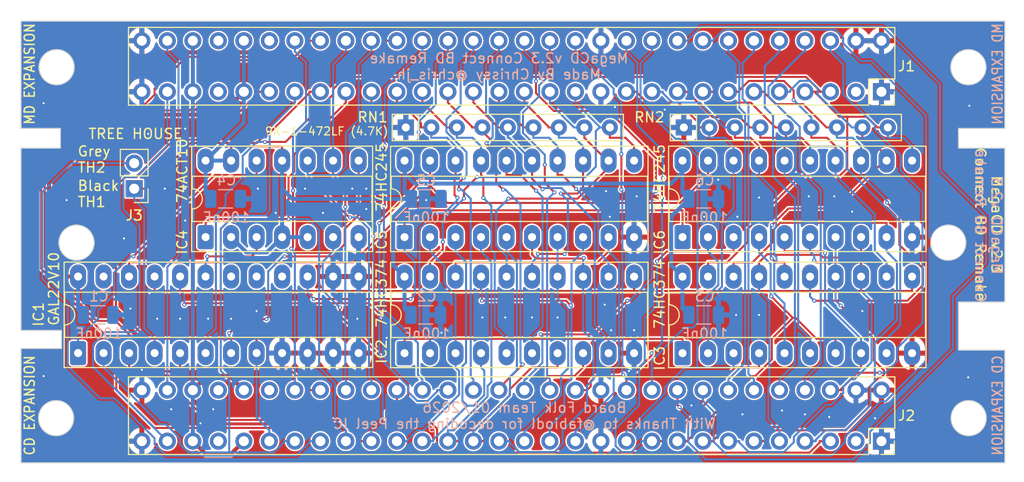
<source format=kicad_pcb>
(kicad_pcb (version 20241229) (generator "pcbnew") (generator_version "9.0")
  (layers (0 "F.Cu" signal) (2 "B.Cu" signal) (13 "F.Paste" user) (15 "B.Paste" user) (5 "F.SilkS" user "F.Silkscreen") (7 "B.SilkS" user "B.Silkscreen") (1 "F.Mask" user) (3 "B.Mask" user) (25 "Edge.Cuts" user))
  (property "DATE" "01/2026")
  (property "PCB_TITLE_1" "MegaCD")
  (property "PCB_TITLE_2" "Connect BD Remake")
  (property "PCB_TITLE_3" "Chrissy @chris_jh")
  (property "PCB_TITLE_4" "Board Folk Team")
  (property "VERSION" "v2.3")
  (net 0 "")
  (net 1 "VCC")
  (net 2 "GND")
  (net 3 "Net-(IC1-I1{slash}CLK)")
  (net 4 "~{FDC}")
  (net 5 "~{ROM}")
  (net 6 "~{RAS2}")
  (net 7 "~{CAS2}")
  (net 8 "~{CAS0}")
  (net 9 "Net-(IC1-I7)")
  (net 10 "FRES")
  (net 14 "Net-(IC1-IO5)")
  (net 15 "TR_OE")
  (net 16 "TR_CP")
  (net 17 "TR_CE")
  (net 18 "TR_DIR")
  (net 19 "/VD15")
  (net 20 "/CD15")
  (net 21 "/CD14")
  (net 22 "/VD14")
  (net 23 "/VD13")
  (net 24 "/CD13")
  (net 25 "/CD12")
  (net 26 "/VD12")
  (net 27 "/VD11")
  (net 28 "/CD11")
  (net 29 "/CD10")
  (net 30 "/VD10")
  (net 31 "/VD9")
  (net 32 "/CD9")
  (net 33 "/CD8")
  (net 34 "/VD8")
  (net 35 "/VD7")
  (net 36 "/CD7")
  (net 37 "/CD6")
  (net 38 "/VD6")
  (net 39 "/VD5")
  (net 40 "/CD5")
  (net 41 "/CD4")
  (net 42 "/VD4")
  (net 43 "/VD3")
  (net 44 "/CD3")
  (net 45 "/CD2")
  (net 46 "/VD2")
  (net 47 "/VD1")
  (net 48 "/CD1")
  (net 49 "/CD0")
  (net 50 "/VD0")
  (net 51 "~{ASEL}")
  (net 52 "~{CDCAS0}")
  (net 53 "~{UWR}")
  (net 54 "~{LWR}")
  (net 56 "/VA1")
  (net 57 "/VA2")
  (net 58 "/VA3")
  (net 59 "/VA4")
  (net 60 "/VA5")
  (net 61 "/VA6")
  (net 62 "/VA7")
  (net 63 "/VA8")
  (net 64 "/VA9")
  (net 65 "/VA10")
  (net 66 "/VA11")
  (net 67 "/VA12")
  (net 68 "/VA13")
  (net 69 "/VA14")
  (net 70 "/VA15")
  (net 71 "/VA16")
  (net 72 "/VA17")
  (net 73 "~{FDWR}")
  (net 77 "+9V")
  (net 78 "SR2")
  (net 79 "SL2")
  (net 81 "~{CDRAS2}")
  (footprint "Package_DIP:DIP-20_W7.62mm_Socket_LongPads" (layer "F.Cu") (at 145.288 94.615 90)
    (property "Reference" "IC5")
    (property "Value" "74HC245")
  )
  (footprint "Package_DIP:DIP-14_W7.62mm_Socket_LongPads" (layer "F.Cu") (at 125.476 94.615 90)
    (property "Reference" "IC4")
    (property "Value" "74ACT10")
  )
  (footprint "Package_DIP:DIP-20_W7.62mm_Socket_LongPads" (layer "F.Cu") (at 172.974 106.172 90)
    (property "Reference" "IC3")
    (property "Value" "74HC374")
  )
  (footprint "Connector_PinHeader_2.54mm:PinHeader_1x02_P2.54mm_Vertical" (layer "F.Cu") (at 118.364 89.794 180)
    (property "Reference" "J3")
    (property "Value" "TREE HOUSE")
  )
  (footprint "Package_DIP:DIP-20_W7.62mm_Socket_LongPads" (layer "F.Cu") (at 145.288 106.172 90)
    (property "Reference" "IC2")
    (property "Value" "74HC374")
  )
  (footprint "Resistor_THT:R_Array_SIP9" (layer "F.Cu") (at 173.101 83.693)
    (property "Reference" "RN2")
    (property "Value" "9X-1-472LF (4.7K)" (hide yes))
  )
  (footprint "MegaCD:PCB-Connector" (layer "F.Cu") (at 192.786 77.597 -90)
    (property "Reference" "J1")
    (property "Value" "MD EXPANSION")
  )
  (footprint "Resistor_THT:R_Array_SIP9" (layer "F.Cu") (at 145.415 83.693)
    (property "Reference" "RN1")
    (property "Value" "9X-1-472LF (4.7K)")
  )
  (footprint "Package_DIP:DIP-24_W7.62mm_Socket_LongPads" (layer "F.Cu") (at 112.776 106.162 90)
    (property "Reference" "IC1")
    (property "Value" "GAL22V10")
  )
  (footprint "Package_DIP:DIP-20_W7.62mm_Socket_LongPads" (layer "F.Cu") (at 172.974 94.615 90)
    (property "Reference" "IC6")
    (property "Value" "74HC245")
  )
  (footprint "MegaCD:PCB-Connector" (layer "F.Cu") (at 192.786 112.395 -90)
    (property "Reference" "J2")
    (property "Value" "CD EXPANSION")
  )
  (footprint "Capacitor_SMD:C_1206_3216Metric" (layer "B.Cu") (at 175.084 90.805)
    (property "Reference" "C6")
    (property "Value" "100nF")
  )
  (footprint "Capacitor_SMD:C_1206_3216Metric" (layer "B.Cu") (at 127.464 90.805)
    (property "Reference" "C4")
    (property "Value" "100nF")
  )
  (footprint "Capacitor_SMD:C_1206_3216Metric" (layer "B.Cu") (at 147.447 90.805)
    (property "Reference" "C5")
    (property "Value" "100nF")
  )
  (footprint "Capacitor_SMD:C_1206_3216Metric" (layer "B.Cu") (at 147.398 102.362)
    (property "Reference" "C2")
    (property "Value" "100nF")
  )
  (footprint "Capacitor_SMD:C_1206_3216Metric" (layer "B.Cu") (at 114.764 102.362)
    (property "Reference" "C1")
    (property "Value" "100nF")
  )
  (footprint "Capacitor_SMD:C_1206_3216Metric" (layer "B.Cu") (at 175.084 102.362)
    (property "Reference" "C3")
    (property "Value" "100nF")
  )
  (gr_line (start 111.125 103.9042) (end 111.125 105.7076) (stroke (width 0.1)) (layer "Edge.Cuts"))
  (gr_circle (center 110.639 77.6914) (end 112.3916 77.6914) (stroke (width 0.1)) (fill no) (layer "Edge.Cuts"))
  (gr_line (start 107.083 117.094) (end 205.083 117.094) (stroke (width 0.1)) (layer "Edge.Cuts"))
  (gr_line (start 200.4534 105.86) (end 205.0762 105.86) (stroke (width 0.1)) (layer "Edge.Cuts"))
  (gr_line (start 200.4534 101.0848) (end 200.4534 105.86) (stroke (width 0.1)) (layer "Edge.Cuts"))
  (gr_line (start 111.125 105.7076) (end 107.083 105.7076) (stroke (width 0.1)) (layer "Edge.Cuts"))
  (gr_line (start 107.083 103.9042) (end 111.125 103.9042) (stroke (width 0.1)) (layer "Edge.Cuts"))
  (gr_line (start 107.083 83.7874) (end 111.02 83.7874) (stroke (width 0.1)) (layer "Edge.Cuts"))
  (gr_circle (center 110.5882 112.6418) (end 112.3408 112.6418) (stroke (width 0.1)) (fill no) (layer "Edge.Cuts"))
  (gr_line (start 107.083 73.094) (end 107.083 83.7874) (stroke (width 0.1)) (layer "Edge.Cuts"))
  (gr_line (start 200.4534 85.7432) (end 205.0762 85.7432) (stroke (width 0.1)) (layer "Edge.Cuts"))
  (gr_line (start 111.02 85.7432) (end 107.083 85.7432) (stroke (width 0.1)) (layer "Edge.Cuts"))
  (gr_circle (center 201.4694 112.6418) (end 203.222 112.6418) (stroke (width 0.1)) (fill no) (layer "Edge.Cuts"))
  (gr_line (start 200.4534 83.7874) (end 200.4534 85.7432) (stroke (width 0.1)) (layer "Edge.Cuts"))
  (gr_line (start 107.083 85.7432) (end 107.083 103.9042) (stroke (width 0.1)) (layer "Edge.Cuts"))
  (gr_line (start 205.083 73.094) (end 205.0762 83.7874) (stroke (width 0.1)) (layer "Edge.Cuts"))
  (gr_line (start 107.083 105.7076) (end 107.083 117.094) (stroke (width 0.1)) (layer "Edge.Cuts"))
  (gr_circle (center 112.6202 95.1666) (end 114.3728 95.1666) (stroke (width 0.1)) (fill no) (layer "Edge.Cuts"))
  (gr_circle (center 201.444 77.6914) (end 203.1966 77.6914) (stroke (width 0.1)) (fill no) (layer "Edge.Cuts"))
  (gr_line (start 107.083 73.094) (end 205.083 73.094) (stroke (width 0.1)) (layer "Edge.Cuts"))
  (gr_circle (center 199.4374 95.1666) (end 201.19 95.1666) (stroke (width 0.1)) (fill no) (layer "Edge.Cuts"))
  (gr_line (start 205.0762 101.0848) (end 200.4534 101.0848) (stroke (width 0.1)) (layer "Edge.Cuts"))
  (gr_line (start 205.0762 85.7432) (end 205.0762 101.0848) (stroke (width 0.1)) (layer "Edge.Cuts"))
  (gr_line (start 205.0762 83.7874) (end 200.4534 83.7874) (stroke (width 0.1)) (layer "Edge.Cuts"))
  (gr_line (start 111.02 83.7874) (end 111.02 85.7432) (stroke (width 0.1)) (layer "Edge.Cuts"))
  (gr_line (start 205.0762 105.86) (end 205.083 117.094) (stroke (width 0.1)) (layer "Edge.Cuts"))
  (gr_text "Grey\nTH2" (at 112.649 88.265 0) (layer "F.SilkS") (effects (font (size 1 1)) (justify left bottom)))
  (gr_text "${PCB_TITLE_1} ${VERSION}\n${PCB_TITLE_2}" (at 202.057 93.345 270) (layer "F.SilkS") (effects (font (size 1 1)) (justify bottom)))
  (gr_text "Black\nTH1" (at 112.649 91.694 0) (layer "F.SilkS") (effects (font (size 1 1)) (justify left bottom)))
  (gr_text "${PCB_TITLE_1} ${VERSION} ${PCB_TITLE_2}\nMade By ${PCB_TITLE_3}" (at 154.686 78.994 0) (layer "B.SilkS") (effects (font (size 1 1)) (justify bottom mirror)))
  (gr_text "CD EXPANSION" (at 204.343 111.379 90) (layer "B.SilkS") (effects (font (size 1 0.9)) (justify mirror)))
  (gr_text "${PCB_TITLE_1} ${VERSION}\n${PCB_TITLE_2}" (at 202.057 93.472 270) (layer "B.SilkS") (effects (font (size 1 1)) (justify bottom mirror)))
  (gr_text "MD EXPANSION" (at 204.343 78.359 90) (layer "B.SilkS") (effects (font (size 1 0.9)) (justify mirror)))
  (gr_text "${PCB_TITLE_4} ${DATE}\nWith Thanks to @fabiodl for decoding the Peel IC" (at 157.226 113.792 0) (layer "B.SilkS") (effects (font (size 1 1)) (justify bottom mirror)))
  (segment (start 117.513224 82.423) (end 127 82.423) (width 0.4) (layer "F.Cu") (net 1))
  (segment (start 133.096 85.5679) (end 128.016 85.5679) (width 0.2) (layer "F.Cu") (net 1))
  (segment (start 128.016 86.995) (end 128.016 85.5679) (width 0.2) (layer "F.Cu") (net 1))
  (segment (start 109.877 97.377) (end 109.877 89.083257) (width 0.4) (layer "F.Cu") (net 1))
  (segment (start 133.096 86.995) (end 133.096 85.5679) (width 0.2) (layer "F.Cu") (net 1))
  (segment (start 127 82.423) (end 129.286 80.137) (width 0.4) (layer "F.Cu") (net 1))
  (segment (start 112.776 98.542) (end 111.042 98.542) (width 0.4) (layer "F.Cu") (net 1))
  (segment (start 111.042 98.542) (end 109.877 97.377) (width 0.4) (layer "F.Cu") (net 1))
  (segment (start 111.096478 87.863779) (end 117.513224 82.423) (width 0.4) (layer "F.Cu") (net 1))
  (segment (start 109.877 89.083257) (end 111.096478 87.863779) (width 0.4) (layer "F.Cu") (net 1))
  (segment (start 133.096 94.615) (end 131.569 96.142) (width 0.4) (layer "B.Cu") (net 1))
  (segment (start 133.096 86.995) (end 133.096 89.789) (width 0.4) (layer "B.Cu") (net 1))
  (segment (start 172.974 88.138) (end 172.974 86.995) (width 0.4) (layer "B.Cu") (net 1))
  (segment (start 144.161 97.425) (end 145.288 98.552) (width 0.4) (layer "B.Cu") (net 1))
  (segment (start 145.288 90.121) (end 145.972 90.805) (width 0.4) (layer "B.Cu") (net 1))
  (segment (start 134.112 90.805) (end 133.096 89.789) (width 0.4) (layer "B.Cu") (net 1))
  (segment (start 171.847 92.567) (end 171.847 97.425) (width 0.4) (layer "B.Cu") (net 1))
  (segment (start 112.776 101.849) (end 113.289 102.362) (width 0.4) (layer "B.Cu") (net 1))
  (segment (start 172.974 86.995) (end 172.974 88.138) (width 0.4) (layer "B.Cu") (net 1))
  (segment (start 171.831 89.281) (end 146.304 89.281) (width 0.4) (layer "B.Cu") (net 1))
  (segment (start 135.636 94.615) (end 133.096 94.615) (width 0.4) (layer "B.Cu") (net 1))
  (segment (start 145.972 90.805) (end 134.112 90.805) (width 0.4) (layer "B.Cu") (net 1))
  (segment (start 144.161 92.616) (end 144.161 97.425) (width 0.4) (layer "B.Cu") (net 1))
  (segment (start 145.288 101.727) (end 145.923 102.362) (width 0.4) (layer "B.Cu") (net 1))
  (segment (start 131.569 96.142) (end 129.543 96.142) (width 0.4) (layer "B.Cu") (net 1))
  (segment (start 125.476 90.292) (end 125.989 90.805) (width 0.4) (layer "B.Cu") (net 1))
  (segment (start 129.543 96.142) (end 128.016 94.615) (width 0.4) (layer "B.Cu") (net 1))
  (segment (start 129.286 75.057) (end 129.286 80.137) (width 0.4) (layer "B.Cu") (net 1))
  (segment (start 146.304 89.281) (end 145.288 88.265) (width 0.4) (layer "B.Cu") (net 1))
  (segment (start 145.288 98.552) (end 145.288 101.727) (width 0.4) (layer "B.Cu") (net 1))
  (segment (start 125.476 86.995) (end 125.476 90.292) (width 0.4) (layer "B.Cu") (net 1))
  (segment (start 173.609 90.805) (end 172.974 90.17) (width 0.4) (layer "B.Cu") (net 1))
  (segment (start 172.974 88.138) (end 171.831 89.281) (width 0.4) (layer "B.Cu") (net 1))
  (segment (start 172.974 90.17) (end 172.974 88.138) (width 0.4) (layer "B.Cu") (net 1))
  (segment (start 173.609 90.805) (end 171.847 92.567) (width 0.4) (layer "B.Cu") (net 1))
  (segment (start 129.286 80.137) (end 129.286 83.185) (width 0.4) (layer "B.Cu") (net 1))
  (segment (start 173.609 102.362) (end 172.974 101.727) (width 0.4) (layer "B.Cu") (net 1))
  (segment (start 133.096 89.789) (end 133.096 94.615) (width 0.4) (layer "B.Cu") (net 1))
  (segment (start 145.288 86.995) (end 145.288 88.265) (width 0.4) (layer "B.Cu") (net 1))
  (segment (start 171.847 97.425) (end 172.974 98.552) (width 0.4) (layer "B.Cu") (net 1))
  (segment (start 145.972 90.805) (end 144.161 92.616) (width 0.4) (layer "B.Cu") (net 1))
  (segment (start 112.776 98.542) (end 112.776 101.849) (width 0.4) (layer "B.Cu") (net 1))
  (segment (start 172.974 101.727) (end 172.974 98.552) (width 0.4) (layer "B.Cu") (net 1))
  (segment (start 129.286 83.185) (end 125.476 86.995) (width 0.4) (layer "B.Cu") (net 1))
  (segment (start 145.288 88.265) (end 145.288 90.121) (width 0.4) (layer "B.Cu") (net 1))
  (segment (start 125.476 86.995) (end 128.016 86.995) (width 0.4) (layer "B.Cu") (net 1))
  (via (at 171.196 81.915) (size 0.4) (drill 0.2) (layers "F.Cu" "B.Cu") (net 2))
  (via (at 178.435 92.583) (size 0.4) (drill 0.2) (layers "F.Cu" "B.Cu") (net 2))
  (via (at 109.347 81.28) (size 0.4) (drill 0.2) (layers "F.Cu" "B.Cu") (net 2))
  (via (at 178.943 112.268) (size 0.4) (drill 0.2) (layers "F.Cu" "B.Cu") (net 2))
  (via (at 123.444 89.789) (size 0.4) (drill 0.2) (layers "F.Cu" "B.Cu") (net 2))
  (via (at 168.402 90.551) (size 0.4) (drill 0.2) (layers "F.Cu" "B.Cu") (net 2))
  (via (at 119.761 84.328) (size 0.4) (drill 0.2) (layers "F.Cu" "B.Cu") (net 2))
  (via (at 185.166 112.268) (size 0.4) (drill 0.2) (layers "F.Cu" "B.Cu") (net 2))
  (via (at 153.035 102.616) (size 0.4) (drill 0.2) (layers "F.Cu" "B.Cu") (net 2))
  (via (at 135.382 89.789) (size 0.4) (drill 0.2) (layers "F.Cu" "B.Cu") (net 2))
  (via (at 180.594 90.678) (size 0.4) (drill 0.2) (layers "F.Cu" "B.Cu") (net 2))
  (via (at 176.53 88.9) (size 0.4) (drill 0.2) (layers "F.Cu" "B.Cu") (net 2))
  (via (at 140.589 102.743) (size 0.4) (drill 0.2) (layers "F.Cu" "B.Cu") (net 2))
  (via (at 124.968 113.157) (size 0.4) (drill 0.2) (layers "F.Cu" "B.Cu") (net 2))
  (via (at 132.461 92.202) (size 0.4) (drill 0.2) (layers "F.Cu" "B.Cu") (net 2))
  (via (at 188.087 90.551) (size 0.4) (drill 0.2) (layers "F.Cu" "B.Cu") (net 2))
  (via (at 109.347 108.458) (size 0.4) (drill 0.2) (layers "F.Cu" "B.Cu") (net 2))
  (via (at 165.354 90.043) (size 0.4) (drill 0.2) (layers "F.Cu" "B.Cu") (net 2))
  (via (at 178.308 102.362) (size 0.4) (drill 0.2) (layers "F.Cu" "B.Cu") (net 2))
  (via (at 120.65 102.743) (size 0.4) (drill 0.2) (layers "F.Cu" "B.Cu") (net 2))
  (via (at 126.238 111.76) (size 0.4) (drill 0.2) (layers "F.Cu" "B.Cu") (net 2))
  (via (at 111.633 90.932) (size 0.4) (drill 0.2) (layers "F.Cu" "B.Cu") (net 2))
  (via (at 187.579 112.522) (size 0.4) (drill 0.2) (layers "F.Cu" "B.Cu") (net 2))
  (via (at 146.431 92.456) (size 0.4) (drill 0.2) (layers "F.Cu" "B.Cu") (net 2))
  (via (at 201.549 81.534) (size 0.4) (drill 0.2) (layers "F.Cu" "B.Cu") (net 2))
  (via (at 122.047 111.76) (size 0.4) (drill 0.2) (layers "F.Cu" "B.Cu") (net 2))
  (via (at 155.321 102.616) (size 0.4) (drill 0.2) (layers "F.Cu" "B.Cu") (net 2))
  (via (at 137.16 92.202) (size 0.4) (drill 0.2) (layers "F.Cu" "B.Cu") (net 2))
  (via (at 119.126 107.823) (size 0.4) (drill 0.2) (layers "F.Cu" "B.Cu") (net 2))
  (via (at 141.478 91.821) (size 0.4) (drill 0.2) (layers "F.Cu" "B.Cu") (net 2))
  (via (at 168.148 103.886) (size 0.4) (drill 0.2) (layers "F.Cu" "B.Cu") (net 2))
  (via (at 180.594 102.362) (size 0.4) (drill 0.2) (layers "F.Cu" "B.Cu") (net 2))
  (via (at 141.478 89.789) (size 0.4) (drill 0.2) (layers "F.Cu" "B.Cu") (net 2))
  (via (at 167.64 107.95) (size 0.4) (drill 0.2) (layers "F.Cu" "B.Cu") (net 2))
  (via (at 192.151 112.649) (size 0.4) (drill 0.2) (layers "F.Cu" "B.Cu") (net 2))
  (via (at 166.243 81.661) (size 0.4) (drill 0.2) (layers "F.Cu" "B.Cu") (net 2))
  (via (at 190.881 101.981) (size 0.4) (drill 0.2) (layers "F.Cu" "B.Cu") (net 2))
  (via (at 184.277 88.138) (size 0.4) (drill 0.2) (layers "F.Cu" "B.Cu") (net 2))
  (via (at 119.888 100.203) (size 0.4) (drill 0.2) (layers "F.Cu" "B.Cu") (net 2))
  (via (at 160.528 102.616) (size 0.4) (drill 0.2) (layers "F.Cu" "B.Cu") (net 2))
  (via (at 147.447 90.932) (size 0.4) (drill 0.2) (layers "F.Cu" "B.Cu") (net 2))
  (via (at 173.863 111.379) (size 0.4) (drill 0.2) (layers "F.Cu" "B.Cu") (net 2))
  (via (at 165.862 103.886) (size 0.4) (drill 0.2) (layers "F.Cu" "B.Cu") (net 2))
  (via (at 121.412 89.789) (size 0.4) (drill 0.2) (layers "F.Cu" "B.Cu") (net 2))
  (via (at 117.983 101.727) (size 0.4) (drill 0.2) (layers "F.Cu" "B.Cu") (net 2))
  (via (at 143.51 104.648) (size 0.4) (drill 0.2) (layers "F.Cu" "B.Cu") (net 2))
  (via (at 123.444 92.964) (size 0.4) (drill 0.2) (layers "F.Cu" "B.Cu") (net 2))
  (via (at 175.133 92.583) (size 0.4) (drill 0.2) (layers "F.Cu" "B.Cu") (net 2))
  (via (at 122.936 102.743) (size 0.4) (drill 0.2) (layers "F.Cu" "B.Cu") (net 2))
  (via (at 165.735 92.583) (size 0.4) (drill 0.2) (layers "F.Cu" "B.Cu") (net 2))
  (via (at 201.422 108.585) (size 0.4) (drill 0.2) (layers "F.Cu" "B.Cu") (net 2))
  (via (at 128.016 102.743) (size 0.4) (drill 0.2) (layers "F.Cu" "B.Cu") (net 2))
  (via (at 148.971 104.14) (size 0.4) (drill 0.2) (layers "F.Cu" "B.Cu") (net 2))
  (via (at 165.227 101.346) (size 0.4) (drill 0.2) (layers "F.Cu" "B.Cu") (net 2))
  (via (at 140.081 89.789) (size 0.4) (drill 0.2) (layers "F.Cu" "B.Cu") (net 2))
  (via (at 157.988 102.616) (size 0.4) (drill 0.2) (layers "F.Cu" "B.Cu") (net 2))
  (via (at 123.444 83.82) (size 0.4) (drill 0.2) (layers "F.Cu" "B.Cu") (net 2))
  (via (at 130.683 89.789) (size 0.4) (drill 0.2) (layers "F.Cu" "B.Cu") (net 2))
  (via (at 125.73 102.743) (size 0.4) (drill 0.2) (layers "F.Cu" "B.Cu") (net 2))
  (via (at 185.547 90.551) (size 0.4) (drill 0.2) (layers "F.Cu" "B.Cu") (net 2))
  (via (at 117.348 94.742) (size 0.4) (drill 0.2) (layers "F.Cu" "B.Cu") (net 2))
  (via (at 189.865 92.075) (size 0.4) (drill 0.2) (layers "F.Cu" "B.Cu") (net 2))
  (via (at 130.556 101.981) (size 0.4) (drill 0.2) (layers "F.Cu" "B.Cu") (net 2))
  (via (at 182.88 111.887) (size 0.4) (drill 0.2) (layers "F.Cu" "B.Cu") (net 2))
  (segment (start 118.2908 96.5345) (end 126.4032 88.4221) (width 0.2) (layer "F.Cu") (net 3))
  (segment (start 130.556 86.995) (end 130.556 88.4221) (width 0.2) (layer "F.Cu") (net 3))
  (segment (start 126.4032 88.4221) (end 130.556 88.4221) (width 0.2) (layer "F.Cu") (net 3))
  (via (at 118.2908 96.5345) (size 0.4) (drill 0.2) (layers "F.Cu" "B.Cu") (net 3))
  (segment (start 117.979 96.5345) (end 118.2908 96.5345) (width 0.2) (layer "B.Cu") (net 3))
  (segment (start 112.776 104.7349) (end 114.764 102.7469) (width 0.2) (layer "B.Cu") (net 3))
  (segment (start 116.3432 100.3486) (end 116.3432 98.1703) (width 0.2) (layer "B.Cu") (net 3))
  (segment (start 116.3432 98.1703) (end 117.979 96.5345) (width 0.2) (layer "B.Cu") (net 3))
  (segment (start 114.764 102.7469) (end 114.764 101.9278) (width 0.2) (layer "B.Cu") (net 3))
  (segment (start 114.764 101.9278) (end 116.3432 100.3486) (width 0.2) (layer "B.Cu") (net 3))
  (segment (start 112.776 106.162) (end 112.776 104.7349) (width 0.2) (layer "B.Cu") (net 3))
  (segment (start 128.3115 92.4603) (end 131.445 92.456167) (width 0.2) (layer "B.Cu") (net 4))
  (segment (start 126.9827 93.7891) (end 128.3115 92.4603) (width 0.2) (layer "B.Cu") (net 4))
  (segment (start 126.9827 107.9281) (end 126.9827 93.7891) (width 0.2) (layer "B.Cu") (net 4))
  (segment (start 133.2889 115.0466) (end 133.2889 114.935) (width 0.2) (layer "B.Cu") (net 4))
  (segment (start 115.316 107.5891) (end 120.9807 113.2538) (width 0.2) (layer "B.Cu") (net 4))
  (segment (start 127.8303 116.0553) (end 127.8303 108.7757) (width 0.2) (layer "B.Cu") (net 4))
  (segment (start 122.936 114.6675) (end 122.936 115.2559) (width 0.2) (layer "B.Cu") (net 4))
  (segment (start 127.8303 116.0553) (end 132.2802 116.0553) (width 0.2) (layer "B.Cu") (net 4))
  (segment (start 123.7354 116.0553) (end 127.8303 116.0553) (width 0.2) (layer "B.Cu") (net 4))
  (segment (start 120.9807 113.2538) (end 121.5223 113.2538) (width 0.2) (layer "B.Cu") (net 4))
  (segment (start 134.366 81.2141) (end 134.366 80.137) (width 0.2) (layer "B.Cu") (net 4))
  (segment (start 121.5223 113.2538) (end 122.936 114.6675) (width 0.2) (layer "B.Cu") (net 4))
  (segment (start 131.8533 91.948) (end 131.8533 83.7268) (width 0.2) (layer "B.Cu") (net 4))
  (segment (start 132.2802 116.0553) (end 133.2889 115.0466) (width 0.2) (layer "B.Cu") (net 4))
  (segment (start 122.936 115.2559) (end 123.7354 116.0553) (width 0.2) (layer "B.Cu") (net 4))
  (segment (start 115.316 106.162) (end 115.316 107.5891) (width 0.2) (layer "B.Cu") (net 4))
  (segment (start 134.366 114.935) (end 133.2889 114.935) (width 0.2) (layer "B.Cu") (net 4))
  (segment (start 131.8533 83.7268) (end 134.366 81.2141) (width 0.2) (layer "B.Cu") (net 4))
  (segment (start 131.445 92.456167) (end 131.8533 91.948) (width 0.2) (layer "B.Cu") (net 4))
  (segment (start 127.8303 108.7757) (end 126.9827 107.9281) (width 0.2) (layer "B.Cu") (net 4))
  (segment (start 141.986 80.137) (end 141.986 81.2141) (width 0.2) (layer "F.Cu") (net 5))
  (segment (start 121.7316 108.3564) (end 122.936 109.5608) (width 0.2) (layer "F.Cu") (net 5))
  (segment (start 117.856 107.5891) (end 118.6233 108.3564) (width 0.2) (layer "F.Cu") (net 5))
  (segment (start 142.1794 81.4075) (end 141.986 81.2141) (width 0.2) (layer "F.Cu") (net 5))
  (segment (start 117.856 106.162) (end 117.856 107.5891) (width 0.2) (layer "F.Cu") (net 5))
  (segment (start 122.936 110.1608) (end 125.5919 112.8167) (width 0.2) (layer "F.Cu") (net 5))
  (segment (start 125.5919 112.8167) (end 138.9022 112.8167) (width 0.2) (layer "F.Cu") (net 5))
  (segment (start 140.9089 114.935) (end 141.986 114.935) (width 0.2) (layer "F.Cu") (net 5))
  (segment (start 122.936 109.5608) (end 122.936 110.1608) (width 0.2) (layer "F.Cu") (net 5))
  (segment (start 142.1794 94.5297) (end 142.1794 81.4075) (width 0.2) (layer "F.Cu") (net 5))
  (segment (start 118.6233 108.3564) (end 121.7316 108.3564) (width 0.2) (layer "F.Cu") (net 5))
  (segment (start 140.9089 114.8234) (end 140.9089 114.935) (width 0.2) (layer "F.Cu") (net 5))
  (segment (start 138.9022 112.8167) (end 140.9089 114.8234) (width 0.2) (layer "F.Cu") (net 5))
  (via (at 142.1794 94.5297) (size 0.4) (drill 0.2) (layers "F.Cu" "B.Cu") (net 5))
  (segment (start 143.1142 112.7297) (end 143.1142 109.3446) (width 0.2) (layer "B.Cu") (net 5))
  (segment (start 141.986 114.935) (end 141.986 113.8579) (width 0.2) (layer "B.Cu") (net 5))
  (segment (start 143.1142 109.3446) (end 142.1794 108.4098) (width 0.2) (layer "B.Cu") (net 5))
  (segment (start 141.986 113.8579) (end 143.1142 112.7297) (width 0.2) (layer "B.Cu") (net 5))
  (segment (start 142.1794 108.4098) (end 142.1794 94.5297) (width 0.2) (layer "B.Cu") (net 5))
  (segment (start 123.9944 85.2407) (end 119.4411 89.794) (width 0.2) (layer "F.Cu") (net 6))
  (segment (start 130.5852 85.2407) (end 123.9944 85.2407) (width 0.2) (layer "F.Cu") (net 6))
  (segment (start 136.906 80.137) (end 135.8289 80.137) (width 0.2) (layer "F.Cu") (net 6))
  (segment (start 135.8289 80.137) (end 135.8289 80.2486) (width 0.2) (layer "F.Cu") (net 6))
  (segment (start 118.364 89.794) (end 119.4411 89.794) (width 0.2) (layer "F.Cu") (net 6))
  (segment (start 131.3804 84.6971) (end 131.1288 84.6971) (width 0.2) (layer "F.Cu") (net 6))
  (segment (start 131.1288 84.6971) (end 130.5852 85.2407) (width 0.2) (layer "F.Cu") (net 6))
  (segment (start 135.8289 80.2486) (end 131.3804 84.6971) (width 0.2) (layer "F.Cu") (net 6))
  (segment (start 118.364 89.794) (end 118.364 90.8711) (width 0.2) (layer "B.Cu") (net 6))
  (segment (start 119.3689 91.876) (end 118.364 90.8711) (width 0.2) (layer "B.Cu") (net 6))
  (segment (start 120.396 104.7349) (end 119.3689 103.7078) (width 0.2) (layer "B.Cu") (net 6))
  (segment (start 120.396 106.162) (end 120.396 104.7349) (width 0.2) (layer "B.Cu") (net 6))
  (segment (start 119.3689 103.7078) (end 119.3689 91.876) (width 0.2) (layer "B.Cu") (net 6))
  (segment (start 122.936 106.8755) (end 122.936 107.5073) (width 0.2) (layer "F.Cu") (net 7))
  (segment (start 122.936 106.8755) (end 122.936 106.8279) (width 0.2) (layer "F.Cu") (net 7))
  (segment (start 128.2973 76.9883) (end 134.0092 76.9883) (width 0.2) (layer "F.Cu") (net 7))
  (segment (start 119.9076 107.5891) (end 119.126 106.8075) (width 0.2) (layer "F.Cu") (net 7))
  (segment (start 117.3568 81.9958) (end 123.9065 81.9958) (width 0.2) (layer "F.Cu") (net 7))
  (segment (start 133.6746 107.5891) (end 135.8289 109.7434) (width 0.2) (layer "F.Cu") (net 7))
  (segment (start 122.936 107.5073) (end 122.936 107.5891) (width 0.2) (layer "F.Cu") (net 7))
  (segment (start 135.8289 75.057) (end 136.906 75.057) (width 0.2) (layer "F.Cu") (net 7))
  (segment (start 114.6 102.95) (end 109.45 97.6) (width 0.2) (layer "F.Cu") (net 7))
  (segment (start 125.476 80.4263) (end 125.476 79.8096) (width 0.2) (layer "F.Cu") (net 7))
  (segment (start 116.5072 102.9538) (end 114.6 102.95) (width 0.2) (layer "F.Cu") (net 7))
  (segment (start 119.126 105.5726) (end 116.5072 102.9538) (width 0.2) (layer "F.Cu") (net 7))
  (segment (start 109.45 88.7) (end 117.3568 81.9958) (width 0.2) (layer "F.Cu") (net 7))
  (segment (start 119.126 106.8075) (end 119.126 105.5726) (width 0.2) (layer "F.Cu") (net 7))
  (segment (start 122.936 107.5891) (end 133.6746 107.5891) (width 0.2) (layer "F.Cu") (net 7))
  (segment (start 122.936 106.162) (end 122.936 106.8279) (width 0.2) (layer "F.Cu") (net 7))
  (segment (start 123.9065 81.9958) (end 125.476 80.4263) (width 0.2) (layer "F.Cu") (net 7))
  (segment (start 134.0092 76.9883) (end 135.8289 75.1686) (width 0.2) (layer "F.Cu") (net 7))
  (segment (start 136.906 109.855) (end 135.8289 109.855) (width 0.2) (layer "F.Cu") (net 7))
  (segment (start 135.8289 75.1686) (end 135.8289 75.057) (width 0.2) (layer "F.Cu") (net 7))
  (segment (start 109.45 97.6) (end 109.45 88.7) (width 0.2) (layer "F.Cu") (net 7))
  (segment (start 135.8289 109.7434) (end 135.8289 109.855) (width 0.2) (layer "F.Cu") (net 7))
  (segment (start 122.936 107.5891) (end 119.9076 107.5891) (width 0.2) (layer "F.Cu") (net 7))
  (segment (start 125.476 79.8096) (end 128.2973 76.9883) (width 0.2) (layer "F.Cu") (net 7))
  (segment (start 139.397 78.6598) (end 138.176 79.8808) (width 0.2) (layer "F.Cu") (net 8))
  (segment (start 138.176 79.8808) (end 138.176 80.4031) (width 0.2) (layer "F.Cu") (net 8))
  (segment (start 133.4466 85.1325) (end 131.3804 85.1325) (width 0.2) (layer "F.Cu") (net 8))
  (segment (start 138.176 80.4031) (end 133.4466 85.1325) (width 0.2) (layer "F.Cu") (net 8))
  (segment (start 187.706 80.137) (end 186.6289 80.137) (width 0.2) (layer "F.Cu") (net 8))
  (segment (start 186.6289 80.137) (end 186.6289 80.0254) (width 0.2) (layer "F.Cu") (net 8))
  (segment (start 185.2633 78.6598) (end 139.397 78.6598) (width 0.2) (layer "F.Cu") (net 8))
  (segment (start 186.6289 80.0254) (end 185.2633 78.6598) (width 0.2) (layer "F.Cu") (net 8))
  (via (at 131.3804 85.1325) (size 0.4) (drill 0.2) (layers "F.Cu" "B.Cu") (net 8))
  (segment (start 129.1703 88.6695) (end 129.1703 86.5267) (width 0.2) (layer "B.Cu") (net 8))
  (segment (start 127.464 90.3758) (end 129.1703 88.6695) (width 0.2) (layer "B.Cu") (net 8))
  (segment (start 126.5032 92.4221) (end 127.464 91.4613) (width 0.2) (layer "B.Cu") (net 8))
  (segment (start 126.5032 103.7077) (end 126.5032 92.4221) (width 0.2) (layer "B.Cu") (net 8))
  (segment (start 129.1703 86.5267) (end 130.5645 85.1325) (width 0.2) (layer "B.Cu") (net 8))
  (segment (start 125.476 106.162) (end 125.476 104.7349) (width 0.2) (layer "B.Cu") (net 8))
  (segment (start 125.476 104.7349) (end 126.5032 103.7077) (width 0.2) (layer "B.Cu") (net 8))
  (segment (start 127.464 91.4613) (end 127.464 90.3758) (width 0.2) (layer "B.Cu") (net 8))
  (segment (start 130.5645 85.1325) (end 131.3804 85.1325) (width 0.2) (layer "B.Cu") (net 8))
  (segment (start 140.716 92.4206) (end 140.716 86.995) (width 0.2) (layer "F.Cu") (net 9))
  (segment (start 129.2425 102.7805) (end 131.533 102.7805) (width 0.2) (layer "F.Cu") (net 9))
  (segment (start 138.1096 96.5345) (end 139.3303 95.3138) (width 0.2) (layer "F.Cu") (net 9))
  (segment (start 127.8349 104.1881) (end 129.2425 102.7805) (width 0.2) (layer "F.Cu") (net 9))
  (segment (start 133.3404 96.5345) (end 138.1096 96.5345) (width 0.2) (layer "F.Cu") (net 9))
  (segment (start 139.3303 93.8063) (end 140.716 92.4206) (width 0.2) (layer "F.Cu") (net 9))
  (segment (start 139.3303 95.3138) (end 139.3303 93.8063) (width 0.2) (layer "F.Cu") (net 9))
  (via (at 133.3404 96.5345) (size 0.4) (drill 0.2) (layers "F.Cu" "B.Cu") (net 9))
  (via (at 131.533 102.7805) (size 0.4) (drill 0.2) (layers "F.Cu" "B.Cu") (net 9))
  (via (at 127.8349 104.1881) (size 0.4) (drill 0.2) (layers "F.Cu" "B.Cu") (net 9))
  (segment (start 131.7103 102.6032) (end 131.7103 98.0333) (width 0.2) (layer "B.Cu") (net 9))
  (segment (start 131.7103 98.0333) (end 133.2091 96.5345) (width 0.2) (layer "B.Cu") (net 9))
  (segment (start 128.016 104.7349) (end 127.8349 104.5538) (width 0.2) (layer "B.Cu") (net 9))
  (segment (start 133.2091 96.5345) (end 133.3404 96.5345) (width 0.2) (layer "B.Cu") (net 9))
  (segment (start 131.533 102.7805) (end 131.7103 102.6032) (width 0.2) (layer "B.Cu") (net 9))
  (segment (start 127.8349 104.5538) (end 127.8349 104.1881) (width 0.2) (layer "B.Cu") (net 9))
  (segment (start 128.016 106.162) (end 128.016 104.7349) (width 0.2) (layer "B.Cu") (net 9))
  (segment (start 130.7489 80.2486) (end 130.7489 80.137) (width 0.2) (layer "F.Cu") (net 10))
  (segment (start 126.084 84.9135) (end 130.7489 80.2486) (width 0.2) (layer "F.Cu") (net 10))
  (segment (start 117.4527 88.6397) (end 118.5962 88.6397) (width 0.2) (layer "F.Cu") (net 10))
  (segment (start 116.5462 101.6538) (end 116.5462 89.5462) (width 0.2) (layer "F.Cu") (net 10))
  (segment (start 130.556 104.7349) (end 119.6191 104.7349) (width 0.2) (layer "F.Cu") (net 10))
  (segment (start 130.556 106.162) (end 130.556 104.7349) (width 0.2) (layer "F.Cu") (net 10))
  (segment (start 116.5421 101.6579) (end 116.5462 101.6538) (width 0.2) (layer "F.Cu") (net 10))
  (segment (start 119.6191 104.7349) (end 116.5421 101.6579) (width 0.2) (layer "F.Cu") (net 10))
  (segment (start 116.5462 89.5462) (end 117.4527 88.6397) (width 0.2) (layer "F.Cu") (net 10))
  (segment (start 131.826 80.137) (end 130.7489 80.137) (width 0.2) (layer "F.Cu") (net 10))
  (segment (start 118.5962 88.6397) (end 122.3224 84.9135) (width 0.2) (layer "F.Cu") (net 10))
  (segment (start 122.3224 84.9135) (end 126.084 84.9135) (width 0.2) (layer "F.Cu") (net 10))
  (segment (start 130.556 112.5879) (end 131.826 113.8579) (width 0.2) (layer "B.Cu") (net 10))
  (segment (start 131.826 114.935) (end 131.826 113.8579) (width 0.2) (layer "B.Cu") (net 10))
  (segment (start 130.556 106.162) (end 130.556 112.5879) (width 0.2) (layer "B.Cu") (net 10))
  (segment (start 130.0636 96.5345) (end 130.556 96.0421) (width 0.2) (layer "F.Cu") (net 14))
  (segment (start 125.641 96.5345) (end 130.0636 96.5345) (width 0.2) (layer "F.Cu") (net 14))
  (segment (start 130.556 94.615) (end 130.556 96.0421) (width 0.2) (layer "F.Cu") (net 14))
  (via (at 125.641 96.5345) (size 0.4) (drill 0.2) (layers "F.Cu" "B.Cu") (net 14))
  (segment (start 125.476 97.1149) (end 125.641 96.9499) (width 0.2) (layer "B.Cu") (net 14))
  (segment (start 125.641 96.9499) (end 125.641 96.5345) (width 0.2) (layer "B.Cu") (net 14))
  (segment (start 125.476 98.542) (end 125.476 97.1149) (width 0.2) (layer "B.Cu") (net 14))
  (segment (start 123.4902 101.2051) (end 123.3505 101.3448) (width 0.2) (layer "F.Cu") (net 15))
  (segment (start 145.288 104.7449) (end 141.7482 101.2051) (width 0.2) (layer "F.Cu") (net 15))
  (segment (start 172.974 104.7449) (end 145.288 104.7449) (width 0.2) (layer "F.Cu") (net 15))
  (segment (start 141.7482 101.2051) (end 123.4902 101.2051) (width 0.2) (layer "F.Cu") (net 15))
  (segment (start 145.288 106.172) (end 145.288 104.7449) (width 0.2) (layer "F.Cu") (net 15))
  (segment (start 172.974 106.172) (end 172.974 104.7449) (width 0.2) (layer "F.Cu") (net 15))
  (via (at 123.3505 101.3448) (size 0.4) (drill 0.2) (layers "F.Cu" "B.Cu") (net 15))
  (segment (start 123.3505 100.3836) (end 123.3505 101.3448) (width 0.2) (layer "B.Cu") (net 15))
  (segment (start 122.936 98.542) (end 122.936 99.9691) (width 0.2) (layer "B.Cu") (net 15))
  (segment (start 122.936 99.9691) (end 123.3505 100.3836) (width 0.2) (layer "B.Cu") (net 15))
  (segment (start 168.1754 99.9791) (end 168.148 99.9517) (width 0.2) (layer "F.Cu") (net 16))
  (segment (start 120.406 99.9791) (end 120.396 99.9691) (width 0.2) (layer "F.Cu") (net 16))
  (segment (start 168.1206 99.9791) (end 120.406 99.9791) (width 0.2) (layer "F.Cu") (net 16))
  (segment (start 168.148 99.9517) (end 168.1206 99.9791) (width 0.2) (layer "F.Cu") (net 16))
  (segment (start 168.148 99.8973) (end 168.148 99.9517) (width 0.2) (layer "F.Cu") (net 16))
  (segment (start 195.834 99.9791) (end 168.1754 99.9791) (width 0.2) (layer "F.Cu") (net 16))
  (segment (start 195.834 98.552) (end 195.834 99.9791) (width 0.2) (layer "F.Cu") (net 16))
  (segment (start 120.396 98.542) (end 120.396 99.9691) (width 0.2) (layer "F.Cu") (net 16))
  (segment (start 168.148 98.552) (end 168.148 99.8973) (width 0.2) (layer "F.Cu") (net 16))
  (segment (start 140.1982 97.1149) (end 147.828 89.4851) (width 0.2) (layer "F.Cu") (net 17))
  (segment (start 149.5523 91.2094) (end 172.7267 91.2094) (width 0.2) (layer "F.Cu") (net 17))
  (segment (start 117.856 97.1149) (end 140.1982 97.1149) (width 0.2) (layer "F.Cu") (net 17))
  (segment (start 147.828 89.4851) (end 147.828 86.995) (width 0.2) (layer "F.Cu") (net 17))
  (segment (start 117.856 98.542) (end 117.856 97.1149) (width 0.2) (layer "F.Cu") (net 17))
  (segment (start 172.7267 91.2094) (end 175.514 88.4221) (width 0.2) (layer "F.Cu") (net 17))
  (segment (start 175.514 86.995) (end 175.514 88.4221) (width 0.2) (layer "F.Cu") (net 17))
  (segment (start 147.828 89.4851) (end 149.5523 91.2094) (width 0.2) (layer "F.Cu") (net 17))
  (segment (start 145.288 94.615) (end 145.288 92.71) (width 0.2) (layer "F.Cu") (net 18))
  (segment (start 172.974 91.948) (end 172.974 94.615) (width 0.2) (layer "F.Cu") (net 18))
  (segment (start 136.2456 100.7786) (end 145.8669 100.7786) (width 0.2) (layer "F.Cu") (net 18))
  (segment (start 146.05 91.948) (end 172.974 91.948) (width 0.2) (layer "F.Cu") (net 18))
  (segment (start 145.8669 100.7786) (end 145.8755 100.77) (width 0.2) (layer "F.Cu") (net 18))
  (segment (start 145.288 92.71) (end 146.05 91.948) (width 0.2) (layer "F.Cu") (net 18))
  (via (at 136.2456 100.7786) (size 0.4) (drill 0.2) (layers "F.Cu" "B.Cu") (net 18))
  (via (at 145.8755 100.77) (size 0.4) (drill 0.2) (layers "F.Cu" "B.Cu") (net 18))
  (segment (start 145.288 94.615) (end 145.288 96.0421) (width 0.2) (layer "B.Cu") (net 18))
  (segment (start 146.3151 100.3304) (end 146.3151 97.0692) (width 0.2) (layer "B.Cu") (net 18))
  (segment (start 135.636 98.542) (end 135.636 100.169) (width 0.2) (layer "B.Cu") (net 18))
  (segment (start 135.636 100.169) (end 136.2456 100.7786) (width 0.2) (layer "B.Cu") (net 18))
  (segment (start 146.3151 97.0692) (end 145.288 96.0421) (width 0.2) (layer "B.Cu") (net 18))
  (segment (start 145.8755 100.77) (end 146.3151 100.3304) (width 0.2) (layer "B.Cu") (net 18))
  (segment (start 144.526 81.2141) (end 144.8747 81.2141) (width 0.2) (layer "F.Cu") (net 19))
  (segment (start 144.8747 81.2141) (end 146.9279 83.2673) (width 0.2) (layer "F.Cu") (net 19))
  (segment (start 150.368 86.995) (end 150.368 88.4221) (width 0.2) (layer "F.Cu") (net 19))
  (segment (start 144.526 80.137) (end 144.526 81.2141) (width 0.2) (layer "F.Cu") (net 19))
  (segment (start 147.955 83.693) (end 146.9279 83.693) (width 0.2) (layer "F.Cu") (net 19))
  (segment (start 150.2687 88.5214) (end 150.2687 90.4082) (width 0.2) (layer "F.Cu") (net 19))
  (segment (start 146.9279 83.2673) (end 146.9279 83.693) (width 0.2) (layer "F.Cu") (net 19))
  (segment (start 150.368 88.4221) (end 150.2687 88.5214) (width 0.2) (layer "F.Cu") (net 19))
  (segment (start 150.2687 90.4082) (end 150.5529 90.6924) (width 0.2) (layer "F.Cu") (net 19))
  (via (at 150.5529 90.6924) (size 0.4) (drill 0.2) (layers "F.Cu" "B.Cu") (net 19))
  (segment (start 150.368 86.995) (end 150.368 85.5679) (width 0.2) (layer "B.Cu") (net 19))
  (segment (start 150.5529 90.9275) (end 149.218 92.2624) (width 0.2) (layer "B.Cu") (net 19))
  (segment (start 150.5529 90.6924) (end 150.5529 90.9275) (width 0.2) (layer "B.Cu") (net 19))
  (segment (start 147.955 83.693) (end 147.955 84.7201) (width 0.2) (layer "B.Cu") (net 19))
  (segment (start 149.5202 84.7201) (end 150.368 85.5679) (width 0.2) (layer "B.Cu") (net 19))
  (segment (start 146.7952 103.7121) (end 147.828 104.7449) (width 0.2) (layer "B.Cu") (net 19))
  (segment (start 147.955 84.7201) (end 149.5202 84.7201) (width 0.2) (layer "B.Cu") (net 19))
  (segment (start 149.218 92.2624) (end 148.3115 92.2624) (width 0.2) (layer "B.Cu") (net 19))
  (segment (start 148.3115 92.2624) (end 146.7952 93.7787) (width 0.2) (layer "B.Cu") (net 19))
  (segment (start 147.828 106.172) (end 147.828 104.7449) (width 0.2) (layer "B.Cu") (net 19))
  (segment (start 146.7952 93.7787) (end 146.7952 103.7121) (width 0.2) (layer "B.Cu") (net 19))
  (segment (start 150.7261 110.3097) (end 150.7261 107.9572) (width 0.2) (layer "B.Cu") (net 20))
  (segment (start 144.526 114.935) (end 145.6031 114.935) (width 0.2) (layer "B.Cu") (net 20))
  (segment (start 149.2551 99.2918) (end 150.368 100.4047) (width 0.2) (layer "B.Cu") (net 20))
  (segment (start 150.368 106.172) (end 150.368 107.5991) (width 0.2) (layer "B.Cu") (net 20))
  (segment (start 149.2551 97.4692) (end 149.2551 99.2918) (width 0.2) (layer "B.Cu") (net 20))
  (segment (start 147.828 96.0421) (end 149.2551 97.4692) (width 0.2) (layer "B.Cu") (net 20))
  (segment (start 150.7261 107.9572) (end 150.368 107.5991) (width 0.2) (layer "B.Cu") (net 20))
  (segment (start 145.6031 114.935) (end 145.6031 114.8002) (width 0.2) (layer "B.Cu") (net 20))
  (segment (start 145.6031 114.8002) (end 146.5454 113.8579) (width 0.2) (layer "B.Cu") (net 20))
  (segment (start 147.828 94.615) (end 147.828 96.0421) (width 0.2) (layer "B.Cu") (net 20))
  (segment (start 146.5454 113.8579) (end 147.1779 113.8579) (width 0.2) (layer "B.Cu") (net 20))
  (segment (start 147.1779 113.8579) (end 150.7261 110.3097) (width 0.2) (layer "B.Cu") (net 20))
  (segment (start 150.368 100.4047) (end 150.368 106.172) (width 0.2) (layer "B.Cu") (net 20))
  (segment (start 151.5429 111.4004) (end 148.1431 114.8002) (width 0.2) (layer "B.Cu") (net 21))
  (segment (start 152.1681 111.4004) (end 151.5429 111.4004) (width 0.2) (layer "B.Cu") (net 21))
  (segment (start 151.5429 111.4004) (end 151.0533 110.9108) (width 0.2) (layer "B.Cu") (net 21))
  (segment (start 151.4137 97.0878) (end 150.368 96.0421) (width 0.2) (layer "B.Cu") (net 21))
  (segment (start 150.368 94.615) (end 150.368 96.0421) (width 0.2) (layer "B.Cu") (net 21))
  (segment (start 151.0533 107.4652) (end 151.4137 107.1048) (width 0.2) (layer "B.Cu") (net 21))
  (segment (start 148.1431 114.8002) (end 148.1431 114.935) (width 0.2) (layer "B.Cu") (net 21))
  (segment (start 151.0533 110.9108) (end 151.0533 107.4652) (width 0.2) (layer "B.Cu") (net 21))
  (segment (start 152.908 106.172) (end 152.908 107.5991) (width 0.2) (layer "B.Cu") (net 21))
  (segment (start 151.4137 107.1048) (end 151.4137 97.0878) (width 0.2) (layer "B.Cu") (net 21))
  (segment (start 153.2306 110.3379) (end 152.1681 111.4004) (width 0.2) (layer "B.Cu") (net 21))
  (segment (start 153.2306 107.9217) (end 153.2306 110.3379) (width 0.2) (layer "B.Cu") (net 21))
  (segment (start 147.066 114.935) (end 148.1431 114.935) (width 0.2) (layer "B.Cu") (net 21))
  (segment (start 152.908 107.5991) (end 153.2306 107.9217) (width 0.2) (layer "B.Cu") (net 21))
  (segment (start 150.495 83.693) (end 149.4679 83.693) (width 0.2) (layer "F.Cu") (net 22))
  (segment (start 149.4679 83.616) (end 149.4679 83.693) (width 0.2) (layer "F.Cu") (net 22))
  (segment (start 147.066 80.137) (end 147.066 81.2141) (width 0.2) (layer "F.Cu") (net 22))
  (segment (start 147.066 81.2141) (end 149.4679 83.616) (width 0.2) (layer "F.Cu") (net 22))
  (segment (start 152.908 86.995) (end 152.908 88.4221) (width 0.2) (layer "F.Cu") (net 22))
  (segment (start 153.137 88.6511) (end 153.137 90.6991) (width 0.2) (layer "F.Cu") (net 22))
  (segment (start 152.908 88.4221) (end 153.137 88.6511) (width 0.2) (layer "F.Cu") (net 22))
  (via (at 153.137 90.6991) (size 0.4) (drill 0.2) (layers "F.Cu" "B.Cu") (net 22))
  (segment (start 154.266 96.1977) (end 154.266 103.5629) (width 0.2) (layer "B.Cu") (net 22))
  (segment (start 155.448 106.172) (end 155.448 104.7449) (width 0.2) (layer "B.Cu") (net 22))
  (segment (start 154.266 103.5629) (end 155.448 104.7449) (width 0.2) (layer "B.Cu") (net 22))
  (segment (start 150.495 84.7201) (end 152.0602 84.7201) (width 0.2) (layer "B.Cu") (net 22))
  (segment (start 152.908 86.995) (end 152.908 85.5679) (width 0.2) (layer "B.Cu") (net 22))
  (segment (start 153.9352 91.4973) (end 153.9352 95.8669) (width 0.2) (layer "B.Cu") (net 22))
  (segment (start 152.0602 84.7201) (end 152.908 85.5679) (width 0.2) (layer "B.Cu") (net 22))
  (segment (start 153.9352 95.8669) (end 154.266 96.1977) (width 0.2) (layer "B.Cu") (net 22))
  (segment (start 153.137 90.6991) (end 153.9352 91.4973) (width 0.2) (layer "B.Cu") (net 22))
  (segment (start 150.495 83.693) (end 150.495 84.7201) (width 0.2) (layer "B.Cu") (net 22))
  (segment (start 158.3894 89.9907) (end 156.8208 88.4221) (width 0.2) (layer "F.Cu") (net 23))
  (segment (start 152.0079 83.616) (end 152.0079 83.693) (width 0.2) (layer "F.Cu") (net 23))
  (segment (start 155.448 86.995) (end 155.448 88.4221) (width 0.2) (layer "F.Cu") (net 23))
  (segment (start 154.5138 85.5679) (end 155.448 85.5679) (width 0.2) (layer "F.Cu") (net 23))
  (segment (start 149.606 81.2141) (end 152.0079 83.616) (width 0.2) (layer "F.Cu") (net 23))
  (segment (start 153.035 83.693) (end 152.6389 83.693) (width 0.2) (layer "F.Cu") (net 23))
  (segment (start 149.606 80.137) (end 149.606 81.2141) (width 0.2) (layer "F.Cu") (net 23))
  (segment (start 156.8208 88.4221) (end 155.448 88.4221) (width 0.2) (layer "F.Cu") (net 23))
  (segment (start 152.6389 83.693) (end 152.0079 83.693) (width 0.2) (layer "F.Cu") (net 23))
  (segment (start 155.448 86.995) (end 155.448 85.5679) (width 0.2) (layer "F.Cu") (net 23))
  (segment (start 152.6389 83.693) (end 154.5138 85.5679) (width 0.2) (layer "F.Cu") (net 23))
  (via (at 158.3894 89.9907) (size 0.4) (drill 0.2) (layers "F.Cu" "B.Cu") (net 23))
  (segment (start 159.0316 90.6329) (end 159.0316 103.5085) (width 0.2) (layer "B.Cu") (net 23))
  (segment (start 158.3894 89.9907) (end 159.0316 90.6329) (width 0.2) (layer "B.Cu") (net 23))
  (segment (start 159.0316 103.5085) (end 157.988 104.5521) (width 0.2) (layer "B.Cu") (net 23))
  (segment (start 157.988 104.5521) (end 157.988 104.7449) (width 0.2) (layer "B.Cu") (net 23))
  (segment (start 157.988 106.172) (end 157.988 104.7449) (width 0.2) (layer "B.Cu") (net 23))
  (segment (start 157.9474 107.5991) (end 160.528 107.5991) (width 0.2) (layer "F.Cu") (net 24))
  (segment (start 149.606 114.935) (end 150.6831 114.935) (width 0.2) (layer "F.Cu") (net 24))
  (segment (start 155.7632 110.3742) (end 155.7632 109.7833) (width 0.2) (layer "F.Cu") (net 24))
  (segment (start 155.7632 109.7833) (end 157.9474 107.5991) (width 0.2) (layer "F.Cu") (net 24))
  (segment (start 150.6831 114.935) (end 150.6831 114.8002) (width 0.2) (layer "F.Cu") (net 24))
  (segment (start 150.6831 114.8002) (end 151.6254 113.8579) (width 0.2) (layer "F.Cu") (net 24))
  (segment (start 152.2795 113.8579) (end 155.7632 110.3742) (width 0.2) (layer "F.Cu") (net 24))
  (segment (start 151.6254 113.8579) (end 152.2795 113.8579) (width 0.2) (layer "F.Cu") (net 24))
  (segment (start 160.528 106.172) (end 160.528 107.5991) (width 0.2) (layer "F.Cu") (net 24))
  (segment (start 153.9388 97.0729) (end 153.9388 109.0624) (width 0.2) (layer "B.Cu") (net 24))
  (segment (start 149.606 114.935) (end 149.606 113.8579) (width 0.2) (layer "B.Cu") (net 24))
  (segment (start 152.908 94.615) (end 152.908 96.0421) (width 0.2) (layer "B.Cu") (net 24))
  (segment (start 153.5578 110.4951) (end 150.195 113.8579) (width 0.2) (layer "B.Cu") (net 24))
  (segment (start 150.195 113.8579) (end 149.606 113.8579) (width 0.2) (layer "B.Cu") (net 24))
  (segment (start 153.9388 109.0624) (end 153.5578 109.4434) (width 0.2) (layer "B.Cu") (net 24))
  (segment (start 153.5578 109.4434) (end 153.5578 110.4951) (width 0.2) (layer "B.Cu") (net 24))
  (segment (start 152.908 96.0421) (end 153.9388 97.0729) (width 0.2) (layer "B.Cu") (net 24))
  (segment (start 158.496 110.1089) (end 155.9393 112.6656) (width 0.2) (layer "F.Cu") (net 25))
  (segment (start 159.6456 108.4507) (end 158.496 109.6003) (width 0.2) (layer "F.Cu") (net 25))
  (segment (start 162.2164 108.4507) (end 159.6456 108.4507) (width 0.2) (layer "F.Cu") (net 25))
  (segment (start 163.068 107.5991) (end 162.2164 108.4507) (width 0.2) (layer "F.Cu") (net 25))
  (segment (start 155.9393 112.6656) (end 155.3577 112.6656) (width 0.2) (layer "F.Cu") (net 25))
  (segment (start 153.2231 114.8002) (end 153.2231 114.935) (width 0.2) (layer "F.Cu") (net 25))
  (segment (start 158.496 109.6003) (end 158.496 110.1089) (width 0.2) (layer "F.Cu") (net 25))
  (segment (start 163.068 106.172) (end 163.068 107.5991) (width 0.2) (layer "F.Cu") (net 25))
  (segment (start 152.146 114.935) (end 153.2231 114.935) (width 0.2) (layer "F.Cu") (net 25))
  (segment (start 155.3577 112.6656) (end 153.2231 114.8002) (width 0.2) (layer "F.Cu") (net 25))
  (segment (start 155.7907 110.3478) (end 152.2806 113.8579) (width 0.2) (layer "B.Cu") (net 25))
  (segment (start 155.7907 108.5315) (end 155.7907 110.3478) (width 0.2) (layer "B.Cu") (net 25))
  (segment (start 155.448 96.0421) (end 156.4765 97.0706) (width 0.2) (layer "B.Cu") (net 25))
  (segment (start 155.448 94.615) (end 155.448 96.0421) (width 0.2) (layer "B.Cu") (net 25))
  (segment (start 156.4765 97.0706) (end 156.4765 107.8457) (width 0.2) (layer "B.Cu") (net 25))
  (segment (start 156.4765 107.8457) (end 155.7907 108.5315) (width 0.2) (layer "B.Cu") (net 25))
  (segment (start 152.146 114.935) (end 152.146 113.8579) (width 0.2) (layer "B.Cu") (net 25))
  (segment (start 152.2806 113.8579) (end 152.146 113.8579) (width 0.2) (layer "B.Cu") (net 25))
  (segment (start 157.988 88.8076) (end 157.988 86.995) (width 0.2) (layer "F.Cu") (net 26))
  (segment (start 159.029 89.8486) (end 157.988 88.8076) (width 0.2) (layer "F.Cu") (net 26))
  (segment (start 152.146 81.2141) (end 154.5479 83.616) (width 0.2) (layer "F.Cu") (net 26))
  (segment (start 154.5479 83.616) (end 154.5479 83.693) (width 0.2) (layer "F.Cu") (net 26))
  (segment (start 155.575 83.693) (end 154.5479 83.693) (width 0.2) (layer "F.Cu") (net 26))
  (segment (start 152.146 80.137) (end 152.146 81.2141) (width 0.2) (layer "F.Cu") (net 26))
  (via (at 159.029 89.8486) (size 0.4) (drill 0.2) (layers "F.Cu" "B.Cu") (net 26))
  (segment (start 160.9163 89.7341) (end 159.1435 89.7341) (width 0.2) (layer "B.Cu") (net 26))
  (segment (start 165.608 106.172) (end 165.608 104.7449) (width 0.2) (layer "B.Cu") (net 26))
  (segment (start 159.1435 89.7341) (end 159.029 89.8486) (width 0.2) (layer "B.Cu") (net 26))
  (segment (start 164.2294 93.0472) (end 160.9163 89.7341) (width 0.2) (layer "B.Cu") (net 26))
  (segment (start 165.608 104.7449) (end 164.2294 103.3663) (width 0.2) (layer "B.Cu") (net 26))
  (segment (start 155.575 84.7201) (end 155.7131 84.7201) (width 0.2) (layer "B.Cu") (net 26))
  (segment (start 164.2294 103.3663) (end 164.2294 93.0472) (width 0.2) (layer "B.Cu") (net 26))
  (segment (start 155.575 83.693) (end 155.575 84.7201) (width 0.2) (layer "B.Cu") (net 26))
  (segment (start 155.7131 84.7201) (end 157.988 86.995) (width 0.2) (layer "B.Cu") (net 26))
  (segment (start 158.115 83.693) (end 157.0879 83.693) (width 0.2) (layer "F.Cu") (net 27))
  (segment (start 157.0879 83.616) (end 157.0879 83.693) (width 0.2) (layer "F.Cu") (net 27))
  (segment (start 160.528 88.4221) (end 160.9774 88.4221) (width 0.2) (layer "F.Cu") (net 27))
  (segment (start 154.686 80.137) (end 154.686 81.2141) (width 0.2) (layer "F.Cu") (net 27))
  (segment (start 160.528 86.995) (end 160.528 88.4221) (width 0.2) (layer "F.Cu") (net 27))
  (segment (start 160.9774 88.4221) (end 162.3695 89.8142) (width 0.2) (layer "F.Cu") (net 27))
  (segment (start 154.686 81.2141) (end 157.0879 83.616) (width 0.2) (layer "F.Cu") (net 27))
  (via (at 162.3695 89.8142) (size 0.4) (drill 0.2) (layers "F.Cu" "B.Cu") (net 27))
  (segment (start 160.528 86.995) (end 160.528 85.5679) (width 0.2) (layer "B.Cu") (net 27))
  (segment (start 158.115 83.693) (end 158.115 84.7201) (width 0.2) (layer "B.Cu") (net 27))
  (segment (start 158.115 84.7201) (end 159.6802 84.7201) (width 0.2) (layer "B.Cu") (net 27))
  (segment (start 164.5809 92.0256) (end 162.3695 89.8142) (width 0.2) (layer "B.Cu") (net 27))
  (segment (start 165.608 97.1249) (end 164.5809 96.0978) (width 0.2) (layer "B.Cu") (net 27))
  (segment (start 164.5809 96.0978) (end 164.5809 92.0256) (width 0.2) (layer "B.Cu") (net 27))
  (segment (start 165.608 98.552) (end 165.608 97.1249) (width 0.2) (layer "B.Cu") (net 27))
  (segment (start 159.6802 84.7201) (end 160.528 85.5679) (width 0.2) (layer "B.Cu") (net 27))
  (segment (start 163.0881 96.7457) (end 158.3845 96.7457) (width 0.2) (layer "F.Cu") (net 28))
  (segment (start 157.988 96.3492) (end 157.988 94.615) (width 0.2) (layer "F.Cu") (net 28))
  (segment (start 158.3845 96.7457) (end 157.988 96.3492) (width 0.2) (layer "F.Cu") (net 28))
  (segment (start 163.14 96.6938) (end 163.0881 96.7457) (width 0.2) (layer "F.Cu") (net 28))
  (via (at 163.14 96.6938) (size 0.4) (drill 0.2) (layers "F.Cu" "B.Cu") (net 28))
  (segment (start 164.109 108.764) (end 164.109 104.9516) (width 0.2) (layer "B.Cu") (net 28))
  (segment (start 164.109 104.9516) (end 163.068 103.9106) (width 0.2) (layer "B.Cu") (net 28))
  (segment (start 161.0278 113.8845) (end 163.4603 111.452) (width 0.2) (layer "B.Cu") (net 28))
  (segment (start 163.068 103.9106) (end 163.068 98.552) (width 0.2) (layer "B.Cu") (net 28))
  (segment (start 155.7631 115.0696) (end 156.7103 116.0168) (width 0.2) (layer "B.Cu") (net 28))
  (segment (start 163.068 98.552) (end 163.068 96.7658) (width 0.2) (layer "B.Cu") (net 28))
  (segment (start 156.7103 116.0168) (end 160.2307 116.0168) (width 0.2) (layer "B.Cu") (net 28))
  (segment (start 161.0278 115.2197) (end 161.0278 113.8845) (width 0.2) (layer "B.Cu") (net 28))
  (segment (start 163.068 96.7658) (end 163.14 96.6938) (width 0.2) (layer "B.Cu") (net 28))
  (segment (start 154.686 114.935) (end 155.7631 114.935) (width 0.2) (layer "B.Cu") (net 28))
  (segment (start 160.2307 116.0168) (end 161.0278 115.2197) (width 0.2) (layer "B.Cu") (net 28))
  (segment (start 163.4603 111.452) (end 163.4603 109.4127) (width 0.2) (layer "B.Cu") (net 28))
  (segment (start 155.7631 114.935) (end 155.7631 115.0696) (width 0.2) (layer "B.Cu") (net 28))
  (segment (start 163.4603 109.4127) (end 164.109 108.764) (width 0.2) (layer "B.Cu") (net 28))
  (segment (start 157.226 114.935) (end 157.226 113.8579) (width 0.2) (layer "B.Cu") (net 29))
  (segment (start 160.8738 110.3447) (end 157.3606 113.8579) (width 0.2) (layer "B.Cu") (net 29))
  (segment (start 160.8738 108.3839) (end 160.8738 110.3447) (width 0.2) (layer "B.Cu") (net 29))
  (segment (start 160.528 98.552) (end 160.528 94.615) (width 0.2) (layer "B.Cu") (net 29))
  (segment (start 160.528 98.552) (end 160.528 99.9791) (width 0.2) (layer "B.Cu") (net 29))
  (segment (start 161.5909 107.6668) (end 160.8738 108.3839) (width 0.2) (layer "B.Cu") (net 29))
  (segment (start 157.3606 113.8579) (end 157.226 113.8579) (width 0.2) (layer "B.Cu") (net 29))
  (segment (start 160.528 100.709) (end 161.5909 101.7719) (width 0.2) (layer "B.Cu") (net 29))
  (segment (start 161.5909 101.7719) (end 161.5909 107.6668) (width 0.2) (layer "B.Cu") (net 29))
  (segment (start 160.528 99.9791) (end 160.528 100.709) (width 0.2) (layer "B.Cu") (net 29))
  (segment (start 161.2044 96.2858) (end 161.2237 96.3051) (width 0.2) (layer "F.Cu") (net 30))
  (segment (start 159.6279 83.616) (end 159.6279 83.693) (width 0.2) (layer "F.Cu") (net 30))
  (segment (start 158.5664 96.2858) (end 161.2044 96.2858) (width 0.2) (layer "F.Cu") (net 30))
  (segment (start 157.226 81.2141) (end 159.6279 83.616) (width 0.2) (layer "F.Cu") (net 30))
  (segment (start 157.226 80.137) (end 157.226 81.2141) (width 0.2) (layer "F.Cu") (net 30))
  (segment (start 162.5112 90.2781) (end 160.8563 90.2781) (width 0.2) (layer "F.Cu") (net 30))
  (segment (start 163.068 86.995) (end 163.068 89.7213) (width 0.2) (layer "F.Cu") (net 30))
  (segment (start 163.068 89.7213) (end 162.5112 90.2781) (width 0.2) (layer "F.Cu") (net 30))
  (segment (start 160.655 83.693) (end 159.6279 83.693) (width 0.2) (layer "F.Cu") (net 30))
  (via (at 161.2237 96.3051) (size 0.4) (drill 0.2) (layers "F.Cu" "B.Cu") (net 30))
  (via (at 158.5664 96.2858) (size 0.4) (drill 0.2) (layers "F.Cu" "B.Cu") (net 30))
  (via (at 160.8563 90.2781) (size 0.4) (drill 0.2) (layers "F.Cu" "B.Cu") (net 30))
  (segment (start 160.655 84.7201) (end 162.2202 84.7201) (width 0.2) (layer "B.Cu") (net 30))
  (segment (start 157.988 97.1249) (end 158.5664 96.5465) (width 0.2) (layer "B.Cu") (net 30))
  (segment (start 161.5552 90.977) (end 160.8563 90.2781) (width 0.2) (layer "B.Cu") (net 30))
  (segment (start 162.2202 84.7201) (end 163.068 85.5679) (width 0.2) (layer "B.Cu") (net 30))
  (segment (start 161.2237 96.3051) (end 161.5552 95.9736) (width 0.2) (layer "B.Cu") (net 30))
  (segment (start 157.988 98.552) (end 157.988 97.1249) (width 0.2) (layer "B.Cu") (net 30))
  (segment (start 158.5664 96.5465) (end 158.5664 96.2858) (width 0.2) (layer "B.Cu") (net 30))
  (segment (start 160.655 83.693) (end 160.655 84.7201) (width 0.2) (layer "B.Cu") (net 30))
  (segment (start 163.068 86.995) (end 163.068 85.5679) (width 0.2) (layer "B.Cu") (net 30))
  (segment (start 161.5552 95.9736) (end 161.5552 90.977) (width 0.2) (layer "B.Cu") (net 30))
  (segment (start 165.3783 87.9203) (end 162.5163 90.7823) (width 0.2) (layer "F.Cu") (net 31))
  (segment (start 165.3783 86.995) (end 165.3783 87.9203) (width 0.2) (layer "F.Cu") (net 31))
  (segment (start 165.3783 86.9034) (end 165.3783 86.995) (width 0.2) (layer "F.Cu") (net 31))
  (segment (start 165.3783 86.995) (end 165.608 86.995) (width 0.2) (layer "F.Cu") (net 31))
  (segment (start 162.5163 90.7823) (end 155.6333 90.7823) (width 0.2) (layer "F.Cu") (net 31))
  (segment (start 163.195 84.7201) (end 165.3783 86.9034) (width 0.2) (layer "F.Cu") (net 31))
  (segment (start 163.195 83.693) (end 163.195 84.7201) (width 0.2) (layer "F.Cu") (net 31))
  (via (at 155.6333 90.7823) (size 0.4) (drill 0.2) (layers "F.Cu" "B.Cu") (net 31))
  (segment (start 163.195 83.693) (end 162.1679 83.693) (width 0.2) (layer "B.Cu") (net 31))
  (segment (start 155.448 96.5048) (end 155.448 98.552) (width 0.2) (layer "B.Cu") (net 31))
  (segment (start 159.766 80.137) (end 159.766 81.2141) (width 0.2) (layer "B.Cu") (net 31))
  (segment (start 159.766 81.2141) (end 159.766 81.2911) (width 0.2) (layer "B.Cu") (net 31))
  (segment (start 154.4071 95.4639) (end 155.448 96.5048) (width 0.2) (layer "B.Cu") (net 31))
  (segment (start 154.4071 92.0085) (end 154.4071 95.4639) (width 0.2) (layer "B.Cu") (net 31))
  (segment (start 155.6333 90.7823) (end 154.4071 92.0085) (width 0.2) (layer "B.Cu") (net 31))
  (segment (start 159.766 81.2911) (end 162.1679 83.693) (width 0.2) (layer "B.Cu") (net 31))
  (segment (start 161.3722 100.9493) (end 161.833 101.4101) (width 0.2) (layer "F.Cu") (net 32))
  (segment (start 152.9969 100.9493) (end 161.3722 100.9493) (width 0.2) (layer "F.Cu") (net 32))
  (via (at 161.833 101.4101) (size 0.4) (drill 0.2) (layers "F.Cu" "B.Cu") (net 32))
  (via (at 152.9969 100.9493) (size 0.4) (drill 0.2) (layers "F.Cu" "B.Cu") (net 32))
  (segment (start 152.908 99.9791) (end 152.9969 100.068) (width 0.2) (layer "B.Cu") (net 32))
  (segment (start 161.9193 101.4101) (end 161.9193 97.1908) (width 0.2) (layer "B.Cu") (net 32))
  (segment (start 161.201 112.0281) (end 161.201 109.4131) (width 0.2) (layer "B.Cu") (net 32))
  (segment (start 152.9969 100.068) (end 152.9969 100.9493) (width 0.2) (layer "B.Cu") (net 32))
  (segment (start 161.201 109.4131) (end 161.9193 108.6948) (width 0.2) (layer "B.Cu") (net 32))
  (segment (start 159.766 113.4631) (end 161.201 112.0281) (width 0.2) (layer "B.Cu") (net 32))
  (segment (start 161.833 101.4101) (end 161.9193 101.4101) (width 0.2) (layer "B.Cu") (net 32))
  (segment (start 161.9193 108.6948) (end 161.9193 101.4101) (width 0.2) (layer "B.Cu") (net 32))
  (segment (start 159.766 114.935) (end 159.766 113.4631) (width 0.2) (layer "B.Cu") (net 32))
  (segment (start 161.9193 97.1908) (end 163.068 96.0421) (width 0.2) (layer "B.Cu") (net 32))
  (segment (start 152.908 98.552) (end 152.908 99.9791) (width 0.2) (layer "B.Cu") (net 32))
  (segment (start 163.068 94.615) (end 163.068 96.0421) (width 0.2) (layer "B.Cu") (net 32))
  (segment (start 165.608 96.0421) (end 164.5252 97.1249) (width 0.2) (layer "F.Cu") (net 33))
  (segment (start 165.608 94.615) (end 165.608 96.0421) (width 0.2) (layer "F.Cu") (net 33))
  (segment (start 150.368 98.552) (end 150.368 97.1249) (width 0.2) (layer "F.Cu") (net 33))
  (segment (start 164.5252 97.1249) (end 150.368 97.1249) (width 0.2) (layer "F.Cu") (net 33))
  (segment (start 165.608 94.615) (end 165.608 96.0421) (width 0.2) (layer "B.Cu") (net 33))
  (segment (start 165.608 96.0421) (end 166.6512 97.0853) (width 0.2) (layer "B.Cu") (net 33))
  (segment (start 166.6512 97.0853) (end 166.6512 107.2568) (width 0.2) (layer "B.Cu") (net 33))
  (segment (start 162.306 114.935) (end 162.306 113.8579) (width 0.2) (layer "B.Cu") (net 33))
  (segment (start 166.6512 107.2568) (end 166.116 107.792) (width 0.2) (layer "B.Cu") (net 33))
  (segment (start 162.4176 113.8579) (end 162.306 113.8579) (width 0.2) (layer "B.Cu") (net 33))
  (segment (start 166.116 107.792) (end 166.116 110.1595) (width 0.2) (layer "B.Cu") (net 33))
  (segment (start 166.116 110.1595) (end 162.4176 113.8579) (width 0.2) (layer "B.Cu") (net 33))
  (segment (start 165.735 83.693) (end 165.735 84.7201) (width 0.2) (layer "F.Cu") (net 34))
  (segment (start 168.148 86.995) (end 168.148 85.5679) (width 0.2) (layer "F.Cu") (net 34))
  (segment (start 149.098 95.8549) (end 147.828 97.1249) (width 0.2) (layer "F.Cu") (net 34))
  (segment (start 149.098 95.0933) (end 149.098 95.8549) (width 0.2) (layer "F.Cu") (net 34))
  (segment (start 147.828 98.552) (end 147.828 97.1249) (width 0.2) (layer "F.Cu") (net 34))
  (segment (start 167.3002 84.7201) (end 168.148 85.5679) (width 0.2) (layer "F.Cu") (net 34))
  (segment (start 165.735 84.7201) (end 167.3002 84.7201) (width 0.2) (layer "F.Cu") (net 34))
  (segment (start 151.2076 89.9398) (end 151.2076 90.7584) (width 0.2) (layer "F.Cu") (net 34))
  (segment (start 152.5108 88.6366) (end 151.2076 89.9398) (width 0.2) (layer "F.Cu") (net 34))
  (via (at 152.5108 88.6366) (size 0.4) (drill 0.2) (layers "F.Cu" "B.Cu") (net 34))
  (via (at 149.098 95.0933) (size 0.4) (drill 0.2) (layers "F.Cu" "B.Cu") (net 34))
  (via (at 151.2076 90.7584) (size 0.4) (drill 0.2) (layers "F.Cu" "B.Cu") (net 34))
  (segment (start 162.306 80.137) (end 162.306 81.2141) (width 0.2) (layer "B.Cu") (net 34))
  (segment (start 149.098 92.868) (end 149.098 95.0933) (width 0.2) (layer "B.Cu") (net 34))
  (segment (start 151.2076 90.7584) (end 149.098 92.868) (width 0.2) (layer "B.Cu") (net 34))
  (segment (start 162.306 81.2141) (end 164.7079 83.616) (width 0.2) (layer "B.Cu") (net 34))
  (segment (start 163.3063 88.6366) (end 152.5108 88.6366) (width 0.2) (layer "B.Cu") (net 34))
  (segment (start 164.7079 83.693) (end 164.338 84.0629) (width 0.2) (layer "B.Cu") (net 34))
  (segment (start 164.338 84.0629) (end 164.338 87.6049) (width 0.2) (layer "B.Cu") (net 34))
  (segment (start 164.7079 83.616) (end 164.7079 83.693) (width 0.2) (layer "B.Cu") (net 34))
  (segment (start 164.338 87.6049) (end 163.3063 88.6366) (width 0.2) (layer "B.Cu") (net 34))
  (segment (start 165.735 83.693) (end 164.7262 83.693) (width 0.2) (layer "B.Cu") (net 34))
  (segment (start 164.7262 83.693) (end 164.7079 83.693) (width 0.2) (layer "B.Cu") (net 34))
  (segment (start 174.6139 83.2673) (end 174.6139 83.693) (width 0.2) (layer "F.Cu") (net 35))
  (segment (start 168.4631 80.137) (end 168.4631 80.2377) (width 0.2) (layer "F.Cu") (net 35))
  (segment (start 168.4631 80.2377) (end 169.4396 81.2142) (width 0.2) (layer "F.Cu") (net 35))
  (segment (start 175.641 83.693) (end 174.6139 83.693) (width 0.2) (layer "F.Cu") (net 35))
  (segment (start 169.4396 81.2142) (end 172.5608 81.2142) (width 0.2) (layer "F.Cu") (net 35))
  (segment (start 172.5608 81.2142) (end 174.6139 83.2673) (width 0.2) (layer "F.Cu") (net 35))
  (segment (start 167.386 80.137) (end 168.4631 80.137) (width 0.2) (layer "F.Cu") (net 35))
  (segment (start 175.514 100.9345) (end 176.8998 99.5487) (width 0.2) (layer "B.Cu") (net 35))
  (segment (start 178.054 91.7641) (end 178.054 88.4221) (width 0.2) (layer "B.Cu") (net 35))
  (segment (start 175.641 83.693) (end 175.641 84.7201) (width 0.2) (layer "B.Cu") (net 35))
  (segment (start 176.8998 92.9183) (end 178.054 91.7641) (width 0.2) (layer "B.Cu") (net 35))
  (segment (start 177.2062 84.7201) (end 178.054 85.5679) (width 0.2) (layer "B.Cu") (net 35))
  (segment (start 175.514 106.172) (end 175.514 100.9345) (width 0.2) (layer "B.Cu") (net 35))
  (segment (start 176.8998 99.5487) (end 176.8998 92.9183) (width 0.2) (layer "B.Cu") (net 35))
  (segment (start 178.054 86.995) (end 178.054 85.5679) (width 0.2) (layer "B.Cu") (net 35))
  (segment (start 178.054 86.995) (end 178.054 88.4221) (width 0.2) (layer "B.Cu") (net 35))
  (segment (start 175.641 84.7201) (end 177.2062 84.7201) (width 0.2) (layer "B.Cu") (net 35))
  (segment (start 171.196 110.1825) (end 171.196 109.5847) (width 0.2) (layer "B.Cu") (net 36))
  (segment (start 178.054 106.172) (end 178.054 107.5991) (width 0.2) (layer "B.Cu") (net 36))
  (segment (start 174.4343 105.1071) (end 174.4343 107.5991) (width 0.2) (layer "B.Cu") (net 36))
  (segment (start 171.196 109.5847) (end 173.1816 107.5991) (width 0.2) (layer "B.Cu") (net 36))
  (segment (start 167.386 113.8579) (end 167.5206 113.8579) (width 0.2) (layer "B.Cu") (net 36))
  (segment (start 173.1816 107.5991) (end 174.4343 107.5991) (width 0.2) (layer "B.Cu") (net 36))
  (segment (start 176.5412 97.0693) (end 176.5412 99.3775) (width 0.2) (layer "B.Cu") (net 36))
  (segment (start 167.5206 113.8579) (end 171.196 110.1825) (width 0.2) (layer "B.Cu") (net 36))
  (segment (start 175.1075 100.8112) (end 175.1075 104.4339) (width 0.2) (layer "B.Cu") (net 36))
  (segment (start 174.4343 107.5991) (end 178.054 107.5991) (width 0.2) (layer "B.Cu") (net 36))
  (segment (start 175.1075 104.4339) (end 174.4343 105.1071) (width 0.2) (layer "B.Cu") (net 36))
  (segment (start 176.5412 99.3775) (end 175.1075 100.8112) (width 0.2) (layer "B.Cu") (net 36))
  (segment (start 167.386 114.935) (end 167.386 113.8579) (width 0.2) (layer "B.Cu") (net 36))
  (segment (start 175.514 96.0421) (end 176.5412 97.0693) (width 0.2) (layer "B.Cu") (net 36))
  (segment (start 175.514 94.615) (end 175.514 96.0421) (width 0.2) (layer "B.Cu") (net 36))
  (segment (start 171.0031 114.8002) (end 171.9454 113.8579) (width 0.2) (layer "F.Cu") (net 37))
  (segment (start 170.4312 97.0151) (end 171.4042 96.0421) (width 0.2) (layer "F.Cu") (net 37))
  (segment (start 178.054 94.615) (end 178.054 96.0421) (width 0.2) (layer "F.Cu") (net 37))
  (segment (start 176.276 109.5465) (end 178.2234 107.5991) (width 0.2) (layer "F.Cu") (net 37))
  (segment (start 171.4042 96.0421) (end 178.054 96.0421) (width 0.2) (layer "F.Cu") (net 37))
  (segment (start 169.926 114.935) (end 171.0031 114.935) (width 0.2) (layer "F.Cu") (net 37))
  (segment (start 176.276 110.1793) (end 176.276 109.5465) (width 0.2) (layer "F.Cu") (net 37))
  (segment (start 171.0031 114.935) (end 171.0031 114.8002) (width 0.2) (layer "F.Cu") (net 37))
  (segment (start 178.2234 107.5991) (end 180.594 107.5991) (width 0.2) (layer "F.Cu") (net 37))
  (segment (start 171.9454 113.8579) (end 172.5974 113.8579) (width 0.2) (layer "F.Cu") (net 37))
  (segment (start 172.5974 113.8579) (end 176.276 110.1793) (width 0.2) (layer "F.Cu") (net 37))
  (segment (start 180.594 106.172) (end 180.594 107.5991) (width 0.2) (layer "F.Cu") (net 37))
  (via (at 170.4312 97.0151) (size 0.4) (drill 0.2) (layers "F.Cu" "B.Cu") (net 37))
  (segment (start 169.926 114.935) (end 168.8489 114.935) (width 0.2) (layer "B.Cu") (net 37))
  (segment (start 168.8489 114.935) (end 168.8489 115.0696) (width 0.2) (layer "B.Cu") (net 37))
  (segment (start 168.8489 115.0696) (end 167.9007 116.0178) (width 0.2) (layer "B.Cu") (net 37))
  (segment (start 169.2079 102.6682) (end 170.4312 101.4449) (width 0.2) (layer "B.Cu") (net 37))
  (segment (start 168.656 107.574) (end 169.2079 107.0221) (width 0.2) (layer "B.Cu") (net 37))
  (segment (start 166.3088 115.4197) (end 166.3088 113.695) (width 0.2) (layer "B.Cu") (net 37))
  (segment (start 169.2079 107.0221) (end 169.2079 102.6682) (width 0.2) (layer "B.Cu") (net 37))
  (segment (start 170.4312 101.4449) (end 170.4312 97.0151) (width 0.2) (layer "B.Cu") (net 37))
  (segment (start 166.9069 116.0178) (end 166.3088 115.4197) (width 0.2) (layer "B.Cu") (net 37))
  (segment (start 166.3088 113.695) (end 168.656 111.3478) (width 0.2) (layer "B.Cu") (net 37))
  (segment (start 168.656 111.3478) (end 168.656 107.574) (width 0.2) (layer "B.Cu") (net 37))
  (segment (start 167.9007 116.0178) (end 166.9069 116.0178) (width 0.2) (layer "B.Cu") (net 37))
  (segment (start 178.181 84.7201) (end 179.7462 84.7201) (width 0.2) (layer "F.Cu") (net 38))
  (segment (start 178.181 83.693) (end 178.181 84.7201) (width 0.2) (layer "F.Cu") (net 38))
  (segment (start 179.7462 84.7201) (end 180.594 85.5679) (width 0.2) (layer "F.Cu") (net 38))
  (segment (start 180.594 86.995) (end 180.594 85.5679) (width 0.2) (layer "F.Cu") (net 38))
  (segment (start 182.1069 97.2533) (end 182.3326 97.0276) (width 0.2) (layer "B.Cu") (net 38))
  (segment (start 177.1539 83.693) (end 174.675 81.2141) (width 0.2) (layer "B.Cu") (net 38))
  (segment (start 171.0031 80.26) (end 171.0031 80.137) (width 0.2) (layer "B.Cu") (net 38))
  (segment (start 182.2984 93.5942) (end 182.2984 90.1265) (width 0.2) (layer "B.Cu") (net 38))
  (segment (start 174.675 81.2141) (end 171.9572 81.2141) (width 0.2) (layer "B.Cu") (net 38))
  (segment (start 182.1069 93.7857) (end 182.2984 93.5942) (width 0.2) (layer "B.Cu") (net 38))
  (segment (start 182.3326 97.0276) (end 182.3326 96.6101) (width 0.2) (layer "B.Cu") (net 38))
  (segment (start 182.1069 100.2032) (end 182.1069 97.2533) (width 0.2) (layer "B.Cu") (net 38))
  (segment (start 183.134 106.172) (end 183.134 101.2303) (width 0.2) (layer "B.Cu") (net 38))
  (segment (start 182.2984 90.1265) (end 180.594 88.4221) (width 0.2) (layer "B.Cu") (net 38))
  (segment (start 182.3326 96.6101) (end 182.1069 96.3844) (width 0.2) (layer "B.Cu") (net 38))
  (segment (start 183.134 101.2303) (end 182.1069 100.2032) (width 0.2) (layer "B.Cu") (net 38))
  (segment (start 178.181 83.693) (end 177.1539 83.693) (width 0.2) (layer "B.Cu") (net 38))
  (segment (start 171.9572 81.2141) (end 171.0031 80.26) (width 0.2) (layer "B.Cu") (net 38))
  (segment (start 182.1069 96.3844) (end 182.1069 93.7857) (width 0.2) (layer "B.Cu") (net 38))
  (segment (start 169.926 80.137) (end 171.0031 80.137) (width 0.2) (layer "B.Cu") (net 38))
  (segment (start 180.594 86.995) (end 180.594 88.4221) (width 0.2) (layer "B.Cu") (net 38))
  (segment (start 179.6939 83.693) (end 178.6668 82.6659) (width 0.2) (layer "F.Cu") (net 39))
  (segment (start 180.721 83.693) (end 179.6939 83.693) (width 0.2) (layer "F.Cu") (net 39))
  (segment (start 172.466 80.137) (end 173.5431 80.137) (width 0.2) (layer "F.Cu") (net 39))
  (segment (start 182.2862 84.7201) (end 183.134 85.5679) (width 0.2) (layer "F.Cu") (net 39))
  (segment (start 173.5431 80.2486) (end 173.5431 80.137) (width 0.2) (layer "F.Cu") (net 39))
  (segment (start 180.721 84.7201) (end 182.2862 84.7201) (width 0.2) (layer "F.Cu") (net 39))
  (segment (start 178.6668 82.6659) (end 175.9604 82.6659) (width 0.2) (layer "F.Cu") (net 39))
  (segment (start 183.134 86.995) (end 183.134 85.5679) (width 0.2) (layer "F.Cu") (net 39))
  (segment (start 180.721 84.2065) (end 180.721 84.7201) (width 0.2) (layer "F.Cu") (net 39))
  (segment (start 180.721 84.2065) (end 180.721 83.693) (width 0.2) (layer "F.Cu") (net 39))
  (segment (start 175.9604 82.6659) (end 173.5431 80.2486) (width 0.2) (layer "F.Cu") (net 39))
  (segment (start 183.134 86.995) (end 183.134 88.4221) (width 0.2) (layer "B.Cu") (net 39))
  (segment (start 184.4926 103.5635) (end 185.674 104.7449) (width 0.2) (layer "B.Cu") (net 39))
  (segment (start 184.4926 89.7807) (end 184.4926 103.5635) (width 0.2) (layer "B.Cu") (net 39))
  (segment (start 185.674 106.172) (end 185.674 104.7449) (width 0.2) (layer "B.Cu") (net 39))
  (segment (start 183.134 88.4221) (end 184.4926 89.7807) (width 0.2) (layer "B.Cu") (net 39))
  (segment (start 178.8926 110.0336) (end 178.8926 109.501) (width 0.2) (layer "F.Cu") (net 40))
  (segment (start 173.5431 114.935) (end 173.5431 114.8004) (width 0.2) (layer "F.Cu") (net 40))
  (segment (start 184.2371 102.6545) (end 186.3275 104.7449) (width 0.2) (layer "F.Cu") (net 40))
  (segment (start 173.5431 114.8004) (end 177.0329 111.3106) (width 0.2) (layer "F.Cu") (net 40))
  (segment (start 172.466 114.935) (end 173.5431 114.935) (width 0.2) (layer "F.Cu") (net 40))
  (segment (start 183.9543 102.6545) (end 184.2371 102.6545) (width 0.2) (layer "F.Cu") (net 40))
  (segment (start 180.2036 108.4618) (end 181.864 106.8014) (width 0.2) (layer "F.Cu") (net 40))
  (segment (start 183.9543 102.6545) (end 181.8084 100.5087) (width 0.2) (layer "F.Cu") (net 40))
  (segment (start 186.3275 104.7449) (end 188.214 104.7449) (width 0.2) (layer "F.Cu") (net 40))
  (segment (start 178.8926 109.501) (end 179.9318 108.4618) (width 0.2) (layer "F.Cu") (net 40))
  (segment (start 179.9318 108.4618) (end 180.2036 108.4618) (width 0.2) (layer "F.Cu") (net 40))
  (segment (start 181.864 104.7448) (end 183.9543 102.6545) (width 0.2) (layer "F.Cu") (net 40))
  (segment (start 177.0329 111.3106) (end 177.6156 111.3106) (width 0.2) (layer "F.Cu") (net 40))
  (segment (start 181.864 106.8014) (end 181.864 104.7448) (width 0.2) (layer "F.Cu") (net 40))
  (segment (start 188.214 106.172) (end 188.214 104.7449) (width 0.2) (layer "F.Cu") (net 40))
  (segment (start 177.6156 111.3106) (end 178.8926 110.0336) (width 0.2) (layer "F.Cu") (net 40))
  (via (at 181.8084 100.5087) (size 0.4) (drill 0.2) (layers "F.Cu" "B.Cu") (net 40))
  (segment (start 181.7481 97.2972) (end 181.7481 100.4484) (width 0.2) (layer "B.Cu") (net 40))
  (segment (start 181.7481 100.4484) (end 181.8084 100.5087) (width 0.2) (layer "B.Cu") (net 40))
  (segment (start 180.594 94.615) (end 180.594 96.0421) (width 0.2) (layer "B.Cu") (net 40))
  (segment (start 180.594 96.1431) (end 181.7481 97.2972) (width 0.2) (layer "B.Cu") (net 40))
  (segment (start 180.594 96.0421) (end 180.594 96.1431) (width 0.2) (layer "B.Cu") (net 40))
  (segment (start 190.754 106.172) (end 190.754 107.5991) (width 0.2) (layer "F.Cu") (net 41))
  (segment (start 186.9933 96.0421) (end 187.1718 96.2206) (width 0.2) (layer "F.Cu") (net 41))
  (segment (start 183.0233 113.5307) (end 186.436 110.118) (width 0.2) (layer "F.Cu") (net 41))
  (segment (start 176.0831 114.935) (end 176.0831 114.8004) (width 0.2) (layer "F.Cu") (net 41))
  (segment (start 186.436 110.118) (end 186.436 109.5743) (width 0.2) (layer "F.Cu") (net 41))
  (segment (start 186.436 109.5743) (end 188.4112 107.5991) (width 0.2) (layer "F.Cu") (net 41))
  (segment (start 177.3528 113.5307) (end 183.0233 113.5307) (width 0.2) (layer "F.Cu") (net 41))
  (segment (start 175.006 114.935) (end 176.0831 114.935) (width 0.2) (layer "F.Cu") (net 41))
  (segment (start 188.4112 107.5991) (end 190.754 107.5991) (width 0.2) (layer "F.Cu") (net 41))
  (segment (start 183.134 96.0421) (end 186.9933 96.0421) (width 0.2) (layer "F.Cu") (net 41))
  (segment (start 183.134 94.615) (end 183.134 96.0421) (width 0.2) (layer "F.Cu") (net 41))
  (segment (start 176.0831 114.8004) (end 177.3528 113.5307) (width 0.2) (layer "F.Cu") (net 41))
  (via (at 187.1718 96.2206) (size 0.4) (drill 0.2) (layers "F.Cu" "B.Cu") (net 41))
  (segment (start 190.754 106.172) (end 190.754 104.7449) (width 0.2) (layer "B.Cu") (net 41))
  (segment (start 187.1718 101.1627) (end 190.754 104.7449) (width 0.2) (layer "B.Cu") (net 41))
  (segment (start 187.1718 96.2206) (end 187.1718 101.1627) (width 0.2) (layer "B.Cu") (net 41))
  (segment (start 176.0831 80.137) (end 176.0831 80.2718) (width 0.2) (layer "F.Cu") (net 42))
  (segment (start 184.8262 84.7201) (end 185.674 85.5679) (width 0.2) (layer "F.Cu") (net 42))
  (segment (start 177.0254 81.2141) (end 179.755 81.2141) (width 0.2) (layer "F.Cu") (net 42))
  (segment (start 175.006 80.137) (end 176.0831 80.137) (width 0.2) (layer "F.Cu") (net 42))
  (segment (start 183.261 83.693) (end 182.2339 83.693) (width 0.2) (layer "F.Cu") (net 42))
  (segment (start 179.755 81.2141) (end 182.2339 83.693) (width 0.2) (layer "F.Cu") (net 42))
  (segment (start 183.261 84.7201) (end 184.8262 84.7201) (width 0.2) (layer "F.Cu") (net 42))
  (segment (start 183.261 83.693) (end 183.261 84.7201) (width 0.2) (layer "F.Cu") (net 42))
  (segment (start 176.0831 80.2718) (end 177.0254 81.2141) (width 0.2) (layer "F.Cu") (net 42))
  (segment (start 185.674 86.995) (end 185.674 85.5679) (width 0.2) (layer "F.Cu") (net 42))
  (segment (start 189.3105 86.2256) (end 189.3105 87.7577) (width 0.2) (layer "B.Cu") (net 42))
  (segment (start 188.6528 85.5679) (end 189.3105 86.2256) (width 0.2) (layer "B.Cu") (net 42))
  (segment (start 193.294 106.172) (end 193.294 104.7449) (width 0.2) (layer "B.Cu") (net 42))
  (segment (start 185.674 85.5679) (end 188.6528 85.5679) (width 0.2) (layer "B.Cu") (net 42))
  (segment (start 194.6529 103.386) (end 193.294 104.7449) (width 0.2) (layer "B.Cu") (net 42))
  (segment (start 185.674 86.995) (end 185.674 85.5679) (width 0.2) (layer "B.Cu") (net 42))
  (segment (start 189.3105 87.7577) (end 194.6529 93.1001) (width 0.2) (layer "B.Cu") (net 42))
  (segment (start 194.6529 93.1001) (end 194.6529 103.386) (width 0.2) (layer "B.Cu") (net 42))
  (segment (start 183.073 79.0592) (end 184.0429 80.0291) (width 0.2) (layer "F.Cu") (net 43))
  (segment (start 178.6231 80.137) (end 178.6231 80.0024) (width 0.2) (layer "F.Cu") (net 43))
  (segment (start 187.3662 84.7201) (end 188.214 85.5679) (width 0.2) (layer "F.Cu") (net 43))
  (segment (start 185.801 83.693) (end 185.801 84.7201) (width 0.2) (layer "F.Cu") (net 43))
  (segment (start 178.6231 80.0024) (end 179.5663 79.0592) (width 0.2) (layer "F.Cu") (net 43))
  (segment (start 179.5663 79.0592) (end 183.073 79.0592) (width 0.2) (layer "F.Cu") (net 43))
  (segment (start 177.546 80.137) (end 178.6231 80.137) (width 0.2) (layer "F.Cu") (net 43))
  (segment (start 184.0429 80.0291) (end 184.0429 80.9519) (width 0.2) (layer "F.Cu") (net 43))
  (segment (start 185.801 84.7201) (end 187.3662 84.7201) (width 0.2) (layer "F.Cu") (net 43))
  (segment (start 188.214 86.995) (end 188.214 85.5679) (width 0.2) (layer "F.Cu") (net 43))
  (via (at 184.0429 80.9519) (size 0.4) (drill 0.2) (layers "F.Cu" "B.Cu") (net 43))
  (segment (start 192.1206 95.9515) (end 193.294 97.1249) (width 0.2) (layer "B.Cu") (net 43))
  (segment (start 184.0429 80.9519) (end 185.7569 82.6659) (width 0.2) (layer "B.Cu") (net 43))
  (segment (start 188.214 88.4221) (end 192.1206 92.3287) (width 0.2) (layer "B.Cu") (net 43))
  (segment (start 185.801 83.693) (end 185.801 82.6659) (width 0.2) (layer "B.Cu") (net 43))
  (segment (start 188.214 86.995) (end 188.214 88.4221) (width 0.2) (layer "B.Cu") (net 43))
  (segment (start 192.1206 92.3287) (end 192.1206 95.9515) (width 0.2) (layer "B.Cu") (net 43))
  (segment (start 185.7569 82.6659) (end 185.801 82.6659) (width 0.2) (layer "B.Cu") (net 43))
  (segment (start 193.294 98.552) (end 193.294 97.1249) (width 0.2) (layer "B.Cu") (net 43))
  (segment (start 186.0898 96.9255) (end 186.2892 97.1249) (width 0.2) (layer "F.Cu") (net 44))
  (segment (start 190.754 98.552) (end 190.754 97.1249) (width 0.2) (layer "F.Cu") (net 44))
  (segment (start 186.2892 97.1249) (end 190.754 97.1249) (width 0.2) (layer "F.Cu") (net 44))
  (via (at 186.0898 96.9255) (size 0.4) (drill 0.2) (layers "F.Cu" "B.Cu") (net 44))
  (segment (start 187.7889 111.3143) (end 188.976 110.1272) (width 0.2) (layer "B.Cu") (net 44))
  (segment (start 186.0898 96.4579) (end 186.0898 96.9255) (width 0.2) (layer "B.Cu") (net 44))
  (segment (start 184.0595 115.0364) (end 184.0595 114.5039) (width 0.2) (layer "B.Cu") (net 44))
  (segment (start 185.674 94.615) (end 185.674 96.0421) (width 0.2) (layer "B.Cu") (net 44))
  (segment (start 191.7932 101.0183) (end 190.754 99.9791) (width 0.2) (layer "B.Cu") (net 44))
  (segment (start 185.674 96.0421) (end 186.0898 96.4579) (width 0.2) (layer "B.Cu") (net 44))
  (segment (start 191.7932 107.0689) (end 191.7932 101.0183) (width 0.2) (layer "B.Cu") (net 44))
  (segment (start 177.546 114.935) (end 178.6231 114.935) (width 0.2) (layer "B.Cu") (net 44))
  (segment (start 179.5682 116.0147) (end 183.0812 116.0147) (width 0.2) (layer "B.Cu") (net 44))
  (segment (start 183.0812 116.0147) (end 184.0595 115.0364) (width 0.2) (layer "B.Cu") (net 44))
  (segment (start 190.0842 108.7779) (end 191.7932 107.0689) (width 0.2) (layer "B.Cu") (net 44))
  (segment (start 188.976 110.1272) (end 188.976 109.514) (width 0.2) (layer "B.Cu") (net 44))
  (segment (start 184.0595 114.5039) (end 187.2491 111.3143) (width 0.2) (layer "B.Cu") (net 44))
  (segment (start 178.6231 115.0696) (end 179.5682 116.0147) (width 0.2) (layer "B.Cu") (net 44))
  (segment (start 187.2491 111.3143) (end 187.7889 111.3143) (width 0.2) (layer "B.Cu") (net 44))
  (segment (start 188.976 109.514) (end 189.7121 108.7779) (width 0.2) (layer "B.Cu") (net 44))
  (segment (start 178.6231 114.935) (end 178.6231 115.0696) (width 0.2) (layer "B.Cu") (net 44))
  (segment (start 190.754 98.552) (end 190.754 99.9791) (width 0.2) (layer "B.Cu") (net 44))
  (segment (start 189.7121 108.7779) (end 190.0842 108.7779) (width 0.2) (layer "B.Cu") (net 44))
  (segment (start 192.024 106.8801) (end 192.024 104.7378) (width 0.2) (layer "F.Cu") (net 45))
  (segment (start 181.1631 114.935) (end 181.1631 114.8002) (width 0.2) (layer "F.Cu") (net 45))
  (segment (start 193.0286 107.8847) (end 192.024 106.8801) (width 0.2) (layer "F.Cu") (net 45))
  (segment (start 181.1631 114.8002) (end 182.1054 113.8579) (width 0.2) (layer "F.Cu") (net 45))
  (segment (start 192.024 104.7378) (end 188.7206 101.4344) (width 0.2) (layer "F.Cu") (net 45))
  (segment (start 180.086 114.935) (end 181.1631 114.935) (width 0.2) (layer "F.Cu") (net 45))
  (segment (start 189.23 113.8579) (end 191.516 111.506) (width 0.2) (layer "F.Cu") (net 45))
  (segment (start 191.516 111.506) (end 191.516 109.6002) (width 0.2) (layer "F.Cu") (net 45))
  (segment (start 191.516 109.6002) (end 192.5424 108.5738) (width 0.2) (layer "F.Cu") (net 45))
  (segment (start 192.5424 108.5738) (end 192.7549 108.5738) (width 0.2) (layer "F.Cu") (net 45))
  (segment (start 192.7549 108.5738) (end 193.0286 108.3001) (width 0.2) (layer "F.Cu") (net 45))
  (segment (start 182.1054 113.8579) (end 189.23 113.8579) (width 0.2) (layer "F.Cu") (net 45))
  (segment (start 193.0286 108.3001) (end 193.0286 107.8847) (width 0.2) (layer "F.Cu") (net 45))
  (via (at 188.7206 101.4344) (size 0.4) (drill 0.2) (layers "F.Cu" "B.Cu") (net 45))
  (segment (start 188.214 94.615) (end 188.214 98.552) (width 0.2) (layer "B.Cu") (net 45))
  (segment (start 188.214 100.9278) (end 188.214 98.552) (width 0.2) (layer "B.Cu") (net 45))
  (segment (start 188.7206 101.4344) (end 188.214 100.9278) (width 0.2) (layer "B.Cu") (net 45))
  (segment (start 196.9218 97.7367) (end 196.9218 99.3943) (width 0.2) (layer "F.Cu") (net 46))
  (segment (start 193.3516 91.1882) (end 194.564 92.4006) (width 0.2) (layer "F.Cu") (net 46))
  (segment (start 181.1631 80.137) (end 181.1631 80.2718) (width 0.2) (layer "F.Cu") (net 46))
  (segment (start 194.564 95.3789) (end 196.9218 97.7367) (width 0.2) (layer "F.Cu") (net 46))
  (segment (start 182.2703 81.379) (end 184.9999 81.379) (width 0.2) (layer "F.Cu") (net 46))
  (segment (start 180.086 80.137) (end 181.1631 80.137) (width 0.2) (layer "F.Cu") (net 46))
  (segment (start 181.1631 80.2718) (end 182.2703 81.379) (width 0.2) (layer "F.Cu") (net 46))
  (segment (start 184.9999 81.379) (end 187.3139 83.693) (width 0.2) (layer "F.Cu") (net 46))
  (segment (start 196.9218 99.3943) (end 195.3668 100.9493) (width 0.2) (layer "F.Cu") (net 46))
  (segment (start 194.564 92.4006) (end 194.564 95.3789) (width 0.2) (layer "F.Cu") (net 46))
  (segment (start 188.341 83.693) (end 187.3139 83.693) (width 0.2) (layer "F.Cu") (net 46))
  (segment (start 195.3668 100.9493) (end 186.0898 100.9493) (width 0.2) (layer "F.Cu") (net 46))
  (via (at 186.0898 100.9493) (size 0.4) (drill 0.2) (layers "F.Cu" "B.Cu") (net 46))
  (via (at 193.3516 91.1882) (size 0.4) (drill 0.2) (layers "F.Cu" "B.Cu") (net 46))
  (segment (start 186.0898 100.9493) (end 185.674 100.5335) (width 0.2) (layer "B.Cu") (net 46))
  (segment (start 185.674 100.5335) (end 185.674 98.552) (width 0.2) (layer "B.Cu") (net 46))
  (segment (start 188.341 83.693) (end 188.341 84.7201) (width 0.2) (layer "B.Cu") (net 46))
  (segment (start 190.754 88.4221) (end 193.3516 91.0197) (width 0.2) (layer "B.Cu") (net 46))
  (segment (start 188.341 84.7201) (end 189.9062 84.7201) (width 0.2) (layer "B.Cu") (net 46))
  (segment (start 193.3516 91.0197) (end 193.3516 91.1882) (width 0.2) (layer "B.Cu") (net 46))
  (segment (start 189.9062 84.7201) (end 190.754 85.5679) (width 0.2) (layer "B.Cu") (net 46))
  (segment (start 190.754 86.995) (end 190.754 85.5679) (width 0.2) (layer "B.Cu") (net 46))
  (segment (start 190.754 86.995) (end 190.754 88.4221) (width 0.2) (layer "B.Cu") (net 46))
  (segment (start 191.46 84.7201) (end 193.294 86.5541) (width 0.2) (layer "F.Cu") (net 47))
  (segment (start 193.294 86.995) (end 193.294 86.7745) (width 0.2) (layer "F.Cu") (net 47))
  (segment (start 193.294 86.7745) (end 188.3074 91.7611) (width 0.2) (layer "F.Cu") (net 47))
  (segment (start 181.864 96.7455) (end 182.2434 97.1249) (width 0.2) (layer "F.Cu") (net 47))
  (segment (start 190.881 83.693) (end 190.881 84.7201) (width 0.2) (layer "F.Cu") (net 47))
  (segment (start 193.294 86.7745) (end 193.294 86.5541) (width 0.2) (layer "F.Cu") (net 47))
  (segment (start 190.881 84.7201) (end 191.46 84.7201) (width 0.2) (layer "F.Cu") (net 47))
  (segment (start 183.5275 91.7611) (end 181.8713 93.4173) (width 0.2) (layer "F.Cu") (net 47))
  (segment (start 183.134 98.552) (end 183.134 97.1249) (width 0.2) (layer "F.Cu") (net 47))
  (segment (start 182.2434 97.1249) (end 183.134 97.1249) (width 0.2) (layer "F.Cu") (net 47))
  (segment (start 188.3074 91.7611) (end 183.5275 91.7611) (width 0.2) (layer "F.Cu") (net 47))
  (via (at 181.864 96.7455) (size 0.4) (drill 0.2) (layers "F.Cu" "B.Cu") (net 47))
  (via (at 181.8713 93.4173) (size 0.4) (drill 0.2) (layers "F.Cu" "B.Cu") (net 47))
  (segment (start 181.8713 93.4173) (end 181.7797 93.5089) (width 0.2) (layer "B.Cu") (net 47))
  (segment (start 190.881 83.693) (end 189.8539 83.693) (width 0.2) (layer "B.Cu") (net 47))
  (segment (start 181.7797 93.5089) (end 181.7797 96.6612) (width 0.2) (layer "B.Cu") (net 47))
  (segment (start 183.7031 80.137) (end 183.7031 80.0024) (width 0.2) (layer "B.Cu") (net 47))
  (segment (start 185.674 79.0484) (end 186.436 79.8104) (width 0.2) (layer "B.Cu") (net 47))
  (segment (start 184.6571 79.0484) (end 185.674 79.0484) (width 0.2) (layer "B.Cu") (net 47))
  (segment (start 181.7797 96.6612) (end 181.864 96.7455) (width 0.2) (layer "B.Cu") (net 47))
  (segment (start 183.7031 80.0024) (end 184.6571 79.0484) (width 0.2) (layer "B.Cu") (net 47))
  (segment (start 186.436 79.8104) (end 186.436 80.4146) (width 0.2) (layer "B.Cu") (net 47))
  (segment (start 182.626 80.137) (end 183.7031 80.137) (width 0.2) (layer "B.Cu") (net 47))
  (segment (start 187.8334 81.6725) (end 189.8539 83.693) (width 0.2) (layer "B.Cu") (net 47))
  (segment (start 187.6939 81.6725) (end 187.8334 81.6725) (width 0.2) (layer "B.Cu") (net 47))
  (segment (start 186.436 80.4146) (end 187.6939 81.6725) (width 0.2) (layer "B.Cu") (net 47))
  (segment (start 182.0409 96.3184) (end 181.4005 96.3184) (width 0.2) (layer "F.Cu") (net 48))
  (segment (start 186.7247 96.3774) (end 182.0999 96.3774) (width 0.2) (layer "F.Cu") (net 48))
  (segment (start 180.594 98.552) (end 180.594 97.1249) (width 0.2) (layer "F.Cu") (net 48))
  (segment (start 181.4005 96.3184) (end 180.594 97.1249) (width 0.2) (layer "F.Cu") (net 48))
  (segment (start 190.754 96.0421) (end 190.1484 96.6477) (width 0.2) (layer "F.Cu") (net 48))
  (segment (start 182.0999 96.3774) (end 182.0409 96.3184) (width 0.2) (layer "F.Cu") (net 48))
  (segment (start 190.754 94.615) (end 190.754 96.0421) (width 0.2) (layer "F.Cu") (net 48))
  (segment (start 190.1484 96.6477) (end 186.995 96.6477) (width 0.2) (layer "F.Cu") (net 48))
  (segment (start 186.995 96.6477) (end 186.7247 96.3774) (width 0.2) (layer "F.Cu") (net 48))
  (segment (start 180.594 99.9791) (end 181.6212 101.0063) (width 0.2) (layer "B.Cu") (net 48))
  (segment (start 181.6212 109.3362) (end 181.514 109.4434) (width 0.2) (layer "B.Cu") (net 48))
  (segment (start 180.594 98.552) (end 180.594 99.9791) (width 0.2) (layer "B.Cu") (net 48))
  (segment (start 181.514 109.4434) (end 181.514 112.7459) (width 0.2) (layer "B.Cu") (net 48))
  (segment (start 182.626 114.935) (end 182.626 113.8579) (width 0.2) (layer "B.Cu") (net 48))
  (segment (start 181.514 112.7459) (end 182.626 113.8579) (width 0.2) (layer "B.Cu") (net 48))
  (segment (start 181.6212 101.0063) (end 181.6212 109.3362) (width 0.2) (layer "B.Cu") (net 48))
  (segment (start 193.294 94.615) (end 193.294 93.1879) (width 0.2) (layer "F.Cu") (net 49))
  (segment (start 181.9798 95.0928) (end 179.9477 97.1249) (width 0.2) (layer "F.Cu") (net 49))
  (segment (start 178.054 98.552) (end 178.054 97.1249) (width 0.2) (layer "F.Cu") (net 49))
  (segment (start 179.9477 97.1249) (end 178.054 97.1249) (width 0.2) (layer "F.Cu") (net 49))
  (segment (start 181.9798 93.9147) (end 181.9798 95.0928) (width 0.2) (layer "F.Cu") (net 49))
  (segment (start 193.294 93.1879) (end 182.7066 93.1879) (width 0.2) (layer "F.Cu") (net 49))
  (segment (start 182.7066 93.1879) (end 181.9798 93.9147) (width 0.2) (layer "F.Cu") (net 49))
  (segment (start 192.1206 108.997) (end 192.1206 105.101) (width 0.2) (layer "B.Cu") (net 49))
  (segment (start 185.166 114.935) (end 186.2431 114.935) (width 0.2) (layer "B.Cu") (net 49))
  (segment (start 186.2431 114.935) (end 186.2431 114.8002) (width 0.2) (layer "B.Cu") (net 49))
  (segment (start 194.3258 97.0739) (end 193.294 96.0421) (width 0.2) (layer "B.Cu") (net 49))
  (segment (start 192.1206 105.101) (end 194.3258 102.8958) (width 0.2) (layer "B.Cu") (net 49))
  (segment (start 194.3258 102.8958) (end 194.3258 97.0739) (width 0.2) (layer "B.Cu") (net 49))
  (segment (start 186.2431 114.8002) (end 187.1854 113.8579) (width 0.2) (layer "B.Cu") (net 49))
  (segment (start 189.23 113.809265) (end 191.6812 111.379) (width 0.2) (layer "B.Cu") (net 49))
  (segment (start 191.6812 111.379) (end 191.6812 109.4364) (width 0.2) (layer "B.Cu") (net 49))
  (segment (start 187.1854 113.8579) (end 189.23 113.809265) (width 0.2) (layer "B.Cu") (net 49))
  (segment (start 191.6812 109.4364) (end 192.1206 108.997) (width 0.2) (layer "B.Cu") (net 49))
  (segment (start 193.294 96.0421) (end 193.294 94.615) (width 0.2) (layer "B.Cu") (net 49))
  (segment (start 189.3773 82.6309) (end 189.3773 87.7557) (width 0.2) (layer "F.Cu") (net 50))
  (segment (start 188.6022 82.6309) (end 189.3773 82.6309) (width 0.2) (layer "F.Cu") (net 50))
  (segment (start 189.3773 87.7557) (end 188.6306 88.5024) (width 0.2) (layer "F.Cu") (net 50))
  (segment (start 193.421 83.693) (end 192.3939 83.693) (width 0.2) (layer "F.Cu") (net 50))
  (segment (start 179.4583 95.1025) (end 177.4359 97.1249) (width 0.2) (layer "F.Cu") (net 50))
  (segment (start 189.3773 82.6309) (end 191.3318 82.6309) (width 0.2) (layer "F.Cu") (net 50))
  (segment (start 175.514 98.552) (end 175.514 97.1249) (width 0.2) (layer "F.Cu") (net 50))
  (segment (start 191.3318 82.6309) (end 192.3939 83.693) (width 0.2) (layer "F.Cu") (net 50))
  (segment (start 179.4583 93.8268) (end 179.4583 95.1025) (width 0.2) (layer "F.Cu") (net 50))
  (segment (start 186.2431 80.2718) (end 188.6022 82.6309) (width 0.2) (layer "F.Cu") (net 50))
  (segment (start 184.7827 88.5024) (end 179.4583 93.8268) (width 0.2) (layer "F.Cu") (net 50))
  (segment (start 186.2431 80.137) (end 186.2431 80.2718) (width 0.2) (layer "F.Cu") (net 50))
  (segment (start 177.4359 97.1249) (end 175.514 97.1249) (width 0.2) (layer "F.Cu") (net 50))
  (segment (start 185.166 80.137) (end 186.2431 80.137) (width 0.2) (layer "F.Cu") (net 50))
  (segment (start 188.6306 88.5024) (end 184.7827 88.5024) (width 0.2) (layer "F.Cu") (net 50))
  (segment (start 194.9862 84.7201) (end 195.834 85.5679) (width 0.2) (layer "B.Cu") (net 50))
  (segment (start 193.421 84.7201) (end 194.9862 84.7201) (width 0.2) (layer "B.Cu") (net 50))
  (segment (start 193.421 83.693) (end 193.421 84.7201) (width 0.2) (layer "B.Cu") (net 50))
  (segment (start 195.834 86.995) (end 195.834 85.5679) (width 0.2) (layer "B.Cu") (net 50))
  (segment (start 134.2786 86.3815) (end 134.2786 88.1217) (width 0.2) (layer "F.Cu") (net 51))
  (segment (start 125.8511 92.8128) (end 125.476 93.1879) (width 0.2) (layer "F.Cu") (net 51))
  (segment (start 125.476 94.615) (end 125.476 93.1879) (width 0.2) (layer "F.Cu") (net 51))
  (segment (start 133.7348 88.6655) (end 133.7348 92.8128) (width 0.2) (layer "F.Cu") (net 51))
  (segment (start 134.2786 88.1217) (end 133.7348 88.6655) (width 0.2) (layer "F.Cu") (net 51))
  (segment (start 139.446 80.137) (end 139.446 81.2141) (width 0.2) (layer "F.Cu") (net 51))
  (segment (start 133.7348 92.8128) (end 125.8511 92.8128) (width 0.2) (layer "F.Cu") (net 51))
  (segment (start 139.446 81.2141) (end 134.2786 86.3815) (width 0.2) (layer "F.Cu") (net 51))
  (via (at 133.7348 92.8128) (size 0.4) (drill 0.2) (layers "F.Cu" "B.Cu") (net 51))
  (segment (start 138.3689 109.1543) (end 136.7847 107.5701) (width 0.2) (layer "B.Cu") (net 51))
  (segment (start 139.446 113.8579) (end 138.3689 112.7808) (width 0.2) (layer "B.Cu") (net 51))
  (segment (start 136.7847 93.8937) (end 135.7038 92.8128) (width 0.2) (layer "B.Cu") (net 51))
  (segment (start 135.7038 92.8128) (end 133.7348 92.8128) (width 0.2) (layer "B.Cu") (net 51))
  (segment (start 136.7847 107.5701) (end 136.7847 93.8937) (width 0.2) (layer "B.Cu") (net 51))
  (segment (start 138.3689 112.7808) (end 138.3689 109.1543) (width 0.2) (layer "B.Cu") (net 51))
  (segment (start 139.446 114.935) (end 139.446 113.8579) (width 0.2) (layer "B.Cu") (net 51))
  (segment (start 145.6524 110.8152) (end 148.5288 113.6916) (width 0.2) (layer "F.Cu") (net 52))
  (segment (start 186.6289 115.0696) (end 186.6289 114.935) (width 0.2) (layer "F.Cu") (net 52))
  (segment (start 138.848 101.6322) (end 138.848 102.4413) (width 0.2) (layer "F.Cu") (net 52))
  (segment (start 187.706 114.935) (end 186.6289 114.935) (width 0.2) (layer "F.Cu") (net 52))
  (segment (start 145.6524 109.2457) (end 145.6524 110.8152) (width 0.2) (layer "F.Cu") (net 52))
  (segment (start 185.6202 116.0783) (end 186.6289 115.0696) (width 0.2) (layer "F.Cu") (net 52))
  (segment (start 148.5288 113.6916) (end 148.5288 115.384) (width 0.2) (layer "F.Cu") (net 52))
  (segment (start 149.2231 116.0783) (end 185.6202 116.0783) (width 0.2) (layer "F.Cu") (net 52))
  (segment (start 138.848 102.4413) (end 145.6524 109.2457) (width 0.2) (layer "F.Cu") (net 52))
  (segment (start 148.5288 115.384) (end 149.2231 116.0783) (width 0.2) (layer "F.Cu") (net 52))
  (via (at 138.848 101.6322) (size 0.4) (drill 0.2) (layers "F.Cu" "B.Cu") (net 52))
  (segment (start 138.176 94.615) (end 138.176 96.0421) (width 0.2) (layer "B.Cu") (net 52))
  (segment (start 137.1387 97.0794) (end 138.176 96.0421) (width 0.2) (layer "B.Cu") (net 52))
  (segment (start 137.1387 99.9229) (end 137.1387 97.0794) (width 0.2) (layer "B.Cu") (net 52))
  (segment (start 138.848 101.6322) (end 137.1387 99.9229) (width 0.2) (layer "B.Cu") (net 52))
  (segment (start 138.176 86.995) (end 138.176 88.4221) (width 0.2) (layer "F.Cu") (net 53))
  (segment (start 139.389 89.6351) (end 138.176 88.4221) (width 0.2) (layer "F.Cu") (net 53))
  (segment (start 139.389 91.6078) (end 139.389 89.6351) (width 0.2) (layer "F.Cu") (net 53))
  (via (at 139.389 91.6078) (size 0.4) (drill 0.2) (layers "F.Cu" "B.Cu") (net 53))
  (segment (start 139.446 109.855) (end 139.446 108.7779) (width 0.2) (layer "B.Cu") (net 53))
  (segment (start 139.389 91.6078) (end 139.389 108.7209) (width 0.2) (layer "B.Cu") (net 53))
  (segment (start 139.446 75.057) (end 139.446 76.1341) (width 0.2) (layer "B.Cu") (net 53))
  (segment (start 139.389 108.7209) (end 139.446 108.7779) (width 0.2) (layer "B.Cu") (net 53))
  (segment (start 138.176 77.4041) (end 139.446 76.1341) (width 0.2) (layer "B.Cu") (net 53))
  (segment (start 138.176 86.995) (end 138.176 77.4041) (width 0.2) (layer "B.Cu") (net 53))
  (segment (start 135.636 88.4969) (end 135.636 88.4221) (width 0.2) (layer "F.Cu") (net 54))
  (segment (start 139.7883 92.6492) (end 135.636 88.4969) (width 0.2) (layer "F.Cu") (net 54))
  (segment (start 139.8656 92.6492) (end 139.7883 92.6492) (width 0.2) (layer "F.Cu") (net 54))
  (segment (start 135.636 86.995) (end 135.636 88.4221) (width 0.2) (layer "F.Cu") (net 54))
  (via (at 139.8656 92.6492) (size 0.4) (drill 0.2) (layers "F.Cu" "B.Cu") (net 54))
  (segment (start 141.7523 93.7985) (end 141.7523 108.5442) (width 0.2) (layer "B.Cu") (net 54))
  (segment (start 139.8656 92.6492) (end 140.603 92.6492) (width 0.2) (layer "B.Cu") (net 54))
  (segment (start 141.7523 108.5442) (end 141.986 108.7779) (width 0.2) (layer "B.Cu") (net 54))
  (segment (start 140.716 77.4041) (end 141.986 76.1341) (width 0.2) (layer "B.Cu") (net 54))
  (segment (start 141.986 109.855) (end 141.986 108.7779) (width 0.2) (layer "B.Cu") (net 54))
  (segment (start 139.446 84.2006) (end 140.716 82.9306) (width 0.2) (layer "B.Cu") (net 54))
  (segment (start 135.636 88.4221) (end 138.6216 88.4221) (width 0.2) (layer "B.Cu") (net 54))
  (segment (start 138.6216 88.4221) (end 139.446 87.5977) (width 0.2) (layer "B.Cu") (net 54))
  (segment (start 140.716 82.9306) (end 140.716 77.4041) (width 0.2) (layer "B.Cu") (net 54))
  (segment (start 141.986 75.057) (end 141.986 76.1341) (width 0.2) (layer "B.Cu") (net 54))
  (segment (start 140.603 92.6492) (end 141.7523 93.7985) (width 0.2) (layer "B.Cu") (net 54))
  (segment (start 139.446 87.5977) (end 139.446 84.2006) (width 0.2) (layer "B.Cu") (net 54))
  (segment (start 135.636 86.995) (end 135.636 88.4221) (width 0.2) (layer "B.Cu") (net 54))
  (segment (start 190.3828 108.1207) (end 192.601 108.1207) (width 0.2) (layer "F.Cu") (net 56))
  (segment (start 188.7831 109.7204) (end 190.3828 108.1207) (width 0.2) (layer "F.Cu") (net 56))
  (segment (start 188.7831 109.855) (end 188.7831 109.7204) (width 0.2) (layer "F.Cu") (net 56))
  (segment (start 187.706 109.855) (end 188.7831 109.855) (width 0.2) (layer "F.Cu") (net 56))
  (via (at 192.601 108.1207) (size 0.4) (drill 0.2) (layers "F.Cu" "B.Cu") (net 56))
  (segment (start 188.976 77.4041) (end 188.976 80.4024) (width 0.2) (layer "B.Cu") (net 56))
  (segment (start 196.8693 90.1573) (end 196.8693 103.1656) (width 0.2) (layer "B.Cu") (net 56))
  (segment (start 194.6798 87.9678) (end 196.8693 90.1573) (width 0.2) (layer "B.Cu") (net 56))
  (segment (start 193.1985 108.1207) (end 192.601 108.1207) (width 0.2) (layer "B.Cu") (net 56))
  (segment (start 188.976 80.4024) (end 190.1087 81.5351) (width 0.2) (layer "B.Cu") (net 56))
  (segment (start 196.8693 103.1656) (end 194.3212 105.7137) (width 0.2) (layer "B.Cu") (net 56))
  (segment (start 192.1386 83.4841) (end 192.1386 83.9005) (width 0.2) (layer "B.Cu") (net 56))
  (segment (start 194.6798 86.4417) (end 194.6798 87.9678) (width 0.2) (layer "B.Cu") (net 56))
  (segment (start 194.3212 105.7137) (end 194.3212 106.998) (width 0.2) (layer "B.Cu") (net 56))
  (segment (start 192.1386 83.9005) (end 194.6798 86.4417) (width 0.2) (layer "B.Cu") (net 56))
  (segment (start 190.1896 81.5351) (end 192.1386 83.4841) (width 0.2) (layer "B.Cu") (net 56))
  (segment (start 190.1087 81.5351) (end 190.1896 81.5351) (width 0.2) (layer "B.Cu") (net 56))
  (segment (start 194.3212 106.998) (end 193.1985 108.1207) (width 0.2) (layer "B.Cu") (net 56))
  (segment (start 187.706 75.057) (end 187.706 76.1341) (width 0.2) (layer "B.Cu") (net 56))
  (segment (start 187.706 76.1341) (end 188.976 77.4041) (width 0.2) (layer "B.Cu") (net 56))
  (segment (start 183.6764 82.6516) (end 184.6469 83.6221) (width 0.2) (layer "B.Cu") (net 57))
  (segment (start 185.0314 76.1341) (end 181.5355 79.63) (width 0.2) (layer "B.Cu") (net 57))
  (segment (start 183.5864 82.6516) (end 183.6764 82.6516) (width 0.2) (layer "B.Cu") (net 57))
  (segment (start 181.5355 79.63) (end 181.5355 80.6007) (width 0.2) (layer "B.Cu") (net 57))
  (segment (start 181.5355 80.6007) (end 183.5864 82.6516) (width 0.2) (layer "B.Cu") (net 57))
  (segment (start 186.7365 107.2074) (end 185.166 108.7779) (width 0.2) (layer "B.Cu") (net 57))
  (segment (start 185.166 75.057) (end 185.166 76.1341) (width 0.2) (layer "B.Cu") (net 57))
  (segment (start 184.6469 83.6221) (end 184.6469 87.8551) (width 0.2) (layer "B.Cu") (net 57))
  (segment (start 185.166 109.855) (end 185.166 108.7779) (width 0.2) (layer "B.Cu") (net 57))
  (segment (start 185.166 76.1341) (end 185.0314 76.1341) (width 0.2) (layer "B.Cu") (net 57))
  (segment (start 184.6469 87.8551) (end 186.7365 89.9447) (width 0.2) (layer "B.Cu") (net 57))
  (segment (start 186.7365 89.9447) (end 186.7365 107.2074) (width 0.2) (layer "B.Cu") (net 57))
  (segment (start 181.1632 77.5969) (end 182.626 76.1341) (width 0.2) (layer "B.Cu") (net 58))
  (segment (start 182.626 109.855) (end 182.626 108.7779) (width 0.2) (layer "B.Cu") (net 58))
  (segment (start 182.626 75.057) (end 182.626 76.1341) (width 0.2) (layer "B.Cu") (net 58))
  (segment (start 181.1632 81.7038) (end 181.1632 77.5969) (width 0.2) (layer "B.Cu") (net 58))
  (segment (start 184.1654 107.2385) (end 184.1654 90.7644) (width 0.2) (layer "B.Cu") (net 58))
  (segment (start 182.626 108.7779) (end 184.1654 107.2385) (width 0.2) (layer "B.Cu") (net 58))
  (segment (start 181.991 82.5316) (end 181.1632 81.7038) (width 0.2) (layer "B.Cu") (net 58))
  (segment (start 181.991 88.59) (end 181.991 82.5316) (width 0.2) (layer "B.Cu") (net 58))
  (segment (start 184.1654 90.7644) (end 181.991 88.59) (width 0.2) (layer "B.Cu") (net 58))
  (segment (start 180.086 76.1341) (end 178.9546 77.2655) (width 0.2) (layer "B.Cu") (net 59))
  (segment (start 179.5373 108.2292) (end 180.086 108.7779) (width 0.2) (layer "B.Cu") (net 59))
  (segment (start 179.5373 81.4153) (end 179.5373 108.2292) (width 0.2) (layer "B.Cu") (net 59))
  (segment (start 180.086 109.855) (end 180.086 108.7779) (width 0.2) (layer "B.Cu") (net 59))
  (segment (start 178.9546 77.2655) (end 178.9546 80.8326) (width 0.2) (layer "B.Cu") (net 59))
  (segment (start 180.086 75.057) (end 180.086 76.1341) (width 0.2) (layer "B.Cu") (net 59))
  (segment (start 178.9546 80.8326) (end 179.5373 81.4153) (width 0.2) (layer "B.Cu") (net 59))
  (segment (start 179.2102 107.1137) (end 179.2102 82.3162) (width 0.2) (layer "B.Cu") (net 60))
  (segment (start 179.2102 82.3162) (end 178.6274 81.7334) (width 0.2) (layer "B.Cu") (net 60))
  (segment (start 178.6274 77.2155) (end 177.546 76.1341) (width 0.2) (layer "B.Cu") (net 60))
  (segment (start 177.546 108.7779) (end 179.2102 107.1137) (width 0.2) (layer "B.Cu") (net 60))
  (segment (start 177.546 75.057) (end 177.546 76.1341) (width 0.2) (layer "B.Cu") (net 60))
  (segment (start 177.546 109.855) (end 177.546 108.7779) (width 0.2) (layer "B.Cu") (net 60))
  (segment (start 178.6274 81.7334) (end 178.6274 77.2155) (width 0.2) (layer "B.Cu") (net 60))
  (segment (start 191.7792 77.0769) (end 190.7297 77.0769) (width 0.2) (layer "B.Cu") (net 61))
  (segment (start 175.006 109.855) (end 175.006 110.9321) (width 0.2) (layer "B.Cu") (net 61))
  (segment (start 193.1959 110.9735) (end 197.2197 106.9497) (width 0.2) (layer "B.Cu") (net 61))
  (segment (start 175.006 75.057) (end 176.0831 75.057) (width 0.2) (layer "B.Cu") (net 61))
  (segment (start 176.0831 115.0005) (end 177.4551 116.3725) (width 0.2) (layer "B.Cu") (net 61))
  (segment (start 177.0702 73.9583) (end 176.0831 74.9454) (width 0.2) (layer "B.Cu") (net 61))
  (segment (start 197.2197 106.9497) (end 197.2197 82.5174) (width 0.2) (layer "B.Cu") (net 61))
  (segment (start 192.6815 110.9735) (end 193.1959 110.9735) (width 0.2) (layer "B.Cu") (net 61))
  (segment (start 175.006 110.9321) (end 176.0831 112.0092) (width 0.2) (layer "B.Cu") (net 61))
  (segment (start 189.1688 115.0137) (end 189.1688 114.4862) (width 0.2) (layer "B.Cu") (net 61))
  (segment (start 188.9652 75.3124) (end 188.9652 74.7246) (width 0.2) (layer "B.Cu") (net 61))
  (segment (start 187.81 116.3725) (end 189.1688 115.0137) (width 0.2) (layer "B.Cu") (net 61))
  (segment (start 188.9652 74.7246) (end 188.1989 73.9583) (width 0.2) (layer "B.Cu") (net 61))
  (segment (start 188.1989 73.9583) (end 177.0702 73.9583) (width 0.2) (layer "B.Cu") (net 61))
  (segment (start 197.2197 82.5174) (end 191.7792 77.0769) (width 0.2) (layer "B.Cu") (net 61))
  (segment (start 190.7297 77.0769) (end 188.9652 75.3124) (width 0.2) (layer "B.Cu") (net 61))
  (segment (start 176.0831 74.9454) (end 176.0831 75.057) (width 0.2) (layer "B.Cu") (net 61))
  (segment (start 189.1688 114.4862) (end 192.6815 110.9735) (width 0.2) (layer "B.Cu") (net 61))
  (segment (start 177.4551 116.3725) (end 187.81 116.3725) (width 0.2) (layer "B.Cu") (net 61))
  (segment (start 176.0831 112.0092) (end 176.0831 115.0005) (width 0.2) (layer "B.Cu") (net 61))
  (segment (start 172.466 109.855) (end 172.466 111.3343) (width 0.2) (layer "F.Cu") (net 62))
  (segment (start 172.466 111.3343) (end 172.6735 111.5418) (width 0.2) (layer "F.Cu") (net 62))
  (via (at 172.6735 111.5418) (size 0.4) (drill 0.2) (layers "F.Cu" "B.Cu") (net 62))
  (segment (start 192.8916 73.6311) (end 198.6095 79.349) (width 0.2) (layer "B.Cu") (net 62))
  (segment (start 175.259 116.7512) (end 173.5432 115.0354) (width 0.2) (layer "B.Cu") (net 62))
  (segment (start 189.9763 116.7512) (end 175.259 116.7512) (width 0.2) (layer "B.Cu") (net 62))
  (segment (start 198.6095 87.9816) (end 203.2 92.5721) (width 0.2) (layer "B.Cu") (net 62))
  (segment (start 203.2 97.2008) (end 199.9008 100.5) (width 0.2) (layer "B.Cu") (net 62))
  (segment (start 173.5431 75.057) (end 173.5431 74.9454) (width 0.2) (layer "B.Cu") (net 62))
  (segment (start 199.9008 105.7436) (end 191.6318 114.0126) (width 0.2) (layer "B.Cu") (net 62))
  (segment (start 174.8574 73.6311) (end 192.8916 73.6311) (width 0.2) (layer "B.Cu") (net 62))
  (segment (start 172.466 75.057) (end 173.5431 75.057) (width 0.2) (layer "B.Cu") (net 62))
  (segment (start 173.5431 74.9454) (end 174.8574 73.6311) (width 0.2) (layer "B.Cu") (net 62))
  (segment (start 173.5432 115.0354) (end 173.5432 112.4115) (width 0.2) (layer "B.Cu") (net 62))
  (segment (start 198.6095 79.349) (end 198.6095 87.9816) (width 0.2) (layer "B.Cu") (net 62))
  (segment (start 191.6318 115.0957) (end 189.9763 116.7512) (width 0.2) (layer "B.Cu") (net 62))
  (segment (start 191.6318 114.0126) (end 191.6318 115.0957) (width 0.2) (layer "B.Cu") (net 62))
  (segment (start 173.5432 112.4115) (end 172.6735 111.5418) (width 0.2) (layer "B.Cu") (net 62))
  (segment (start 203.2 92.5721) (end 203.2 97.2008) (width 0.2) (layer "B.Cu") (net 62))
  (segment (start 199.9008 100.5) (end 199.9008 105.7436) (width 0.2) (layer "B.Cu") (net 62))
  (segment (start 174.4695 103.1583) (end 174.4695 86.5924) (width 0.2) (layer "B.Cu") (net 63))
  (segment (start 172.2568 84.818) (end 168.7903 81.3515) (width 0.2) (layer "B.Cu") (net 63))
  (segment (start 173.1981 103.6267) (end 174.0011 103.6267) (width 0.2) (layer "B.Cu") (net 63))
  (segment (start 168.7903 77.2698) (end 169.926 76.1341) (width 0.2) (layer "B.Cu") (net 63))
  (segment (start 169.926 108.7779) (end 169.926 106.8988) (width 0.2) (layer "B.Cu") (net 63))
  (segment (start 169.926 109.855) (end 169.926 108.7779) (width 0.2) (layer "B.Cu") (net 63))
  (segment (start 169.926 75.057) (end 169.926 76.1341) (width 0.2) (layer "B.Cu") (net 63))
  (segment (start 174.0011 103.6267) (end 174.4695 103.1583) (width 0.2) (layer "B.Cu") (net 63))
  (segment (start 169.926 106.8988) (end 173.1981 103.6267) (width 0.2) (layer "B.Cu") (net 63))
  (segment (start 168.7903 81.3515) (end 168.7903 77.2698) (width 0.2) (layer "B.Cu") (net 63))
  (segment (start 174.4695 86.5924) (end 172.6951 84.818) (width 0.2) (layer "B.Cu") (net 63))
  (segment (start 172.6951 84.818) (end 172.2568 84.818) (width 0.2) (layer "B.Cu") (net 63))
  (segment (start 170.9349 90.7228) (end 170.9349 88.8141) (width 0.2) (layer "F.Cu") (net 64))
  (segment (start 167.386 109.855) (end 167.386 108.7779) (width 0.2) (layer "F.Cu") (net 64))
  (segment (start 169.8992 106.3993) (end 169.8992 106.1896) (width 0.2) (layer "F.Cu") (net 64))
  (segment (start 167.386 108.7779) (end 167.5206 108.7779) (width 0.2) (layer "F.Cu") (net 64))
  (segment (start 170.9349 88.8141) (end 171.025 88.724) (width 0.2) (layer "F.Cu") (net 64))
  (segment (start 167.5206 108.7779) (end 169.8992 106.3993) (width 0.2) (layer "F.Cu") (net 64))
  (via (at 169.8992 106.1896) (size 0.4) (drill 0.2) (layers "F.Cu" "B.Cu") (net 64))
  (via (at 170.9349 90.7228) (size 0.4) (drill 0.2) (layers "F.Cu" "B.Cu") (net 64))
  (via (at 171.025 88.724) (size 0.4) (drill 0.2) (layers "F.Cu" "B.Cu") (net 64))
  (segment (start 168.4631 77.2112) (end 167.386 76.1341) (width 0.2) (layer "B.Cu") (net 64))
  (segment (start 171.025 86.0341) (end 168.4631 83.4722) (width 0.2) (layer "B.Cu") (net 64))
  (segment (start 169.8992 106.1896) (end 170.9349 105.1539) (width 0.2) (layer "B.Cu") (net 64))
  (segment (start 171.025 88.724) (end 171.025 86.0341) (width 0.2) (layer "B.Cu") (net 64))
  (segment (start 168.4631 83.4722) (end 168.4631 77.2112) (width 0.2) (layer "B.Cu") (net 64))
  (segment (start 170.9349 105.1539) (end 170.9349 90.7228) (width 0.2) (layer "B.Cu") (net 64))
  (segment (start 167.386 75.057) (end 167.386 76.1341) (width 0.2) (layer "B.Cu") (net 64))
  (segment (start 163.83 109.474) (end 163.83 108.966) (width 0.2) (layer "F.Cu") (net 65))
  (segment (start 162.306 109.855) (end 163.449 109.855) (width 0.2) (layer "F.Cu") (net 65))
  (segment (start 166.885 86.3614) (end 166.878 86.3544) (width 0.2) (layer "F.Cu") (net 65))
  (segment (start 163.83 108.966) (end 164.338 108.458) (width 0.2) (layer "F.Cu") (net 65))
  (segment (start 166.885 89.8849) (end 166.885 86.3614) (width 0.2) (layer "F.Cu") (net 65))
  (segment (start 166.9406 108.458) (end 167.0726 108.326) (width 0.2) (layer "F.Cu") (net 65))
  (segment (start 164.338 108.458) (end 166.9406 108.458) (width 0.2) (layer "F.Cu") (net 65))
  (segment (start 163.449 109.855) (end 163.83 109.474) (width 0.2) (layer "F.Cu") (net 65))
  (via (at 166.878 86.3544) (size 0.4) (drill 0.2) (layers "F.Cu" "B.Cu") (net 65))
  (via (at 167.0726 108.326) (size 0.4) (drill 0.2) (layers "F.Cu" "B.Cu") (net 65))
  (via (at 166.885 89.8849) (size 0.4) (drill 0.2) (layers "F.Cu" "B.Cu") (net 65))
  (segment (start 167.0726 108.326) (end 166.9785 108.2319) (width 0.2) (layer "B.Cu") (net 65))
  (segment (start 166.9785 108.2319) (end 166.9785 89.9784) (width 0.2) (layer "B.Cu") (net 65))
  (segment (start 166.878 86.3544) (end 166.878 81.1524) (width 0.2) (layer "B.Cu") (net 65))
  (segment (start 166.116 80.3904) (end 166.116 79.8325) (width 0.2) (layer "B.Cu") (net 65))
  (segment (start 166.9785 89.9784) (end 166.885 89.8849) (width 0.2) (layer "B.Cu") (net 65))
  (segment (start 166.878 81.1524) (end 166.116 80.3904) (width 0.2) (layer "B.Cu") (net 65))
  (segment (start 162.306 75.057) (end 162.306 76.1341) (width 0.2) (layer "B.Cu") (net 65))
  (segment (start 162.4176 76.1341) (end 162.306 76.1341) (width 0.2) (layer "B.Cu") (net 65))
  (segment (start 166.116 79.8325) (end 162.4176 76.1341) (width 0.2) (layer "B.Cu") (net 65))
  (segment (start 159.258 87.4061) (end 159.258 89.2017) (width 0.2) (layer "F.Cu") (net 66))
  (segment (start 159.258 89.2017) (end 160.2175 90.1612) (width 0.2) (layer "F.Cu") (net 66))
  (via (at 160.2175 90.1612) (size 0.4) (drill 0.2) (layers "F.Cu" "B.Cu") (net 66))
  (via (at 159.258 87.4061) (size 0.4) (drill 0.2) (layers "F.Cu" "B.Cu") (net 66))
  (segment (start 159.258 86.4122) (end 157.0864 84.2406) (width 0.2) (layer "B.Cu") (net 66))
  (segment (start 159.258 87.4061) (end 159.258 86.4122) (width 0.2) (layer "B.Cu") (net 66))
  (segment (start 159.4876 108.4995) (end 159.766 108.7779) (width 0.2) (layer "B.Cu") (net 66))
  (segment (start 157.0864 82.1943) (end 158.6889 80.5918) (width 0.2) (layer "B.Cu") (net 66))
  (segment (start 158.6889 80.5918) (end 158.6889 79.5055) (width 0.2) (layer "B.Cu") (net 66))
  (segment (start 160.2175 90.1612) (end 159.4876 90.8911) (width 0.2) (layer "B.Cu") (net 66))
  (segment (start 159.766 75.057) (end 159.766 76.1341) (width 0.2) (layer "B.Cu") (net 66))
  (segment (start 157.0864 84.2406) (end 157.0864 82.1943) (width 0.2) (layer "B.Cu") (net 66))
  (segment (start 158.6889 79.5055) (end 159.766 78.4284) (width 0.2) (layer "B.Cu") (net 66))
  (segment (start 159.766 109.855) (end 159.766 108.7779) (width 0.2) (layer "B.Cu") (net 66))
  (segment (start 159.766 78.4284) (end 159.766 76.1341) (width 0.2) (layer "B.Cu") (net 66))
  (segment (start 159.4876 90.8911) (end 159.4876 108.4995) (width 0.2) (layer "B.Cu") (net 66))
  (segment (start 158.8443 104.2997) (end 164.1224 104.2997) (width 0.2) (layer "F.Cu") (net 67))
  (segment (start 158.3784 79.0869) (end 158.3783 79.0869) (width 0.2) (layer "F.Cu") (net 67))
  (segment (start 160.1614 82.0557) (end 158.3784 80.2727) (width 0.2) (layer "F.Cu") (net 67))
  (segment (start 165.6164 82.0557) (end 160.1614 82.0557) (width 0.2) (layer "F.Cu") (net 67))
  (segment (start 164.1224 104.2997) (end 167.4728 100.9493) (width 0.2) (layer "F.Cu") (net 67))
  (segment (start 170.3189 90.0454) (end 170.3189 86.7582) (width 0.2) (layer "F.Cu") (net 67))
  (segment (start 158.3784 80.2727) (end 158.3784 79.0869) (width 0.2) (layer "F.Cu") (net 67))
  (segment (start 170.3189 86.7582) (end 165.6164 82.0557) (width 0.2) (layer "F.Cu") (net 67))
  (via (at 170.3189 90.0454) (size 0.4) (drill 0.2) (layers "F.Cu" "B.Cu") (net 67))
  (via (at 158.8443 104.2997) (size 0.4) (drill 0.2) (layers "F.Cu" "B.Cu") (net 67))
  (via (at 167.4728 100.9493) (size 0.4) (drill 0.2) (layers "F.Cu" "B.Cu") (net 67))
  (via (at 158.3783 79.0869) (size 0.4) (drill 0.2) (layers "F.Cu" "B.Cu") (net 67))
  (segment (start 157.226 75.057) (end 157.226 76.1341) (width 0.2) (layer "B.Cu") (net 67))
  (segment (start 157.3606 108.7779) (end 159.0152 107.1233) (width 0.2) (layer "B.Cu") (net 67))
  (segment (start 159.0152 104.4706) (end 158.8443 104.2997) (width 0.2) (layer "B.Cu") (net 67))
  (segment (start 158.3783 77.2864) (end 157.226 76.1341) (width 0.2) (layer "B.Cu") (net 67))
  (segment (start 169.9274 90.4369) (end 170.3189 90.0454) (width 0.2) (layer "B.Cu") (net 67))
  (segment (start 157.226 109.855) (end 157.226 108.7779) (width 0.2) (layer "B.Cu") (net 67))
  (segment (start 157.226 108.7779) (end 157.3606 108.7779) (width 0.2) (layer "B.Cu") (net 67))
  (segment (start 167.4728 100.9493) (end 167.7139 100.9493) (width 0.2) (layer "B.Cu") (net 67))
  (segment (start 169.9274 98.7358) (end 169.9274 90.4369) (width 0.2) (layer "B.Cu") (net 67))
  (segment (start 159.0152 107.1233) (end 159.0152 104.4706) (width 0.2) (layer "B.Cu") (net 67))
  (segment (start 158.3783 79.0869) (end 158.3783 77.2864) (width 0.2) (layer "B.Cu") (net 67))
  (segment (start 167.7139 100.9493) (end 169.9274 98.7358) (width 0.2) (layer "B.Cu") (net 67))
  (segment (start 155.101 89.8849) (end 154.4208 89.2047) (width 0.2) (layer "F.Cu") (net 68))
  (segment (start 154.4208 89.2047) (end 154.4208 86.2437) (width 0.2) (layer "F.Cu") (net 68))
  (segment (start 154.4208 86.2437) (end 153.4499 85.2728) (width 0.2) (layer "F.Cu") (net 68))
  (segment (start 154.686 109.855) (end 154.686 109.6748) (width 0.2) (layer "F.Cu") (net 68))
  (segment (start 154.686 109.6748) (end 157.058 107.3028) (width 0.2) (layer "F.Cu") (net 68))
  (via (at 155.101 89.8849) (size 0.4) (drill 0.2) (layers "F.Cu" "B.Cu") (net 68))
  (via (at 157.058 107.3028) (size 0.4) (drill 0.2) (layers "F.Cu" "B.Cu") (net 68))
  (via (at 153.4499 85.2728) (size 0.4) (drill 0.2) (layers "F.Cu" "B.Cu") (net 68))
  (segment (start 154.0643 84.6584) (end 153.4499 85.2728) (width 0.2) (layer "B.Cu") (net 68))
  (segment (start 157.058 107.3028) (end 156.8338 107.0786) (width 0.2) (layer "B.Cu") (net 68))
  (segment (start 156.8338 107.0786) (end 156.8338 91.3788) (width 0.2) (layer "B.Cu") (net 68))
  (segment (start 154.686 75.057) (end 154.686 76.1341) (width 0.2) (layer "B.Cu") (net 68))
  (segment (start 153.41 82.341) (end 154.0643 82.9953) (width 0.2) (layer "B.Cu") (net 68))
  (segment (start 154.686 76.1341) (end 153.41 77.4101) (width 0.2) (layer "B.Cu") (net 68))
  (segment (start 156.8338 91.3788) (end 155.3399 89.8849) (width 0.2) (layer "B.Cu") (net 68))
  (segment (start 155.3399 89.8849) (end 155.101 89.8849) (width 0.2) (layer "B.Cu") (net 68))
  (segment (start 153.41 77.4101) (end 153.41 82.341) (width 0.2) (layer "B.Cu") (net 68))
  (segment (start 154.0643 82.9953) (end 154.0643 84.6584) (width 0.2) (layer "B.Cu") (net 68))
  (segment (start 150.696 89.86) (end 150.6959 89.86) (width 0.2) (layer "F.Cu") (net 69))
  (segment (start 150.696 89.201) (end 150.696 89.86) (width 0.2) (layer "F.Cu") (net 69))
  (segment (start 151.173 88.724) (end 150.696 89.201) (width 0.2) (layer "F.Cu") (net 69))
  (via (at 151.173 88.724) (size 0.4) (drill 0.2) (layers "F.Cu" "B.Cu") (net 69))
  (via (at 150.6959 89.86) (size 0.4) (drill 0.2) (layers "F.Cu" "B.Cu") (net 69))
  (segment (start 152.146 109.855) (end 152.146 108.7779) (width 0.2) (layer "B.Cu") (net 69))
  (segment (start 151.4634 88.4336) (end 151.173 88.724) (width 0.2) (layer "B.Cu") (net 69))
  (segment (start 152.146 75.057) (end 152.146 76.1341) (width 0.2) (layer "B.Cu") (net 69))
  (segment (start 152.146 108.7779) (end 151.8809 108.5128) (width 0.2) (layer "B.Cu") (net 69))
  (segment (start 151.8809 90.8025) (end 150.9384 89.86) (width 0.2) (layer "B.Cu") (net 69))
  (segment (start 149.4617 82.8939) (end 149.4617 84.1496) (width 0.2) (layer "B.Cu") (net 69))
  (segment (start 152.146 76.1341) (end 150.876 77.4041) (width 0.2) (layer "B.Cu") (net 69))
  (segment (start 151.8809 108.5128) (end 151.8809 90.8025) (width 0.2) (layer "B.Cu") (net 69))
  (segment (start 150.876 81.4796) (end 149.4617 82.8939) (width 0.2) (layer "B.Cu") (net 69))
  (segment (start 150.876 77.4041) (end 150.876 81.4796) (width 0.2) (layer "B.Cu") (net 69))
  (segment (start 149.4617 84.1496) (end 151.4634 86.1513) (width 0.2) (layer "B.Cu") (net 69))
  (segment (start 151.4634 86.1513) (end 151.4634 88.4336) (width 0.2) (layer "B.Cu") (net 69))
  (segment (start 150.9384 89.86) (end 150.6959 89.86) (width 0.2) (layer "B.Cu") (net 69))
  (segment (start 146.709 89.3003) (end 146.709 84.1582) (width 0.2) (layer "F.Cu") (net 70))
  (segment (start 142.7799 93.2294) (end 146.709 89.3003) (width 0.2) (layer "F.Cu") (net 70))
  (via (at 146.709 84.1582) (size 0.4) (drill 0.2) (layers "F.Cu" "B.Cu") (net 70))
  (via (at 142.7799 93.2294) (size 0.4) (drill 0.2) (layers "F.Cu" "B.Cu") (net 70))
  (segment (start 149.606 109.855) (end 148.5289 109.855) (width 0.2) (layer "B.Cu") (net 70))
  (segment (start 146.5552 110.933) (end 145.6617 110.0395) (width 0.2) (layer "B.Cu") (net 70))
  (segment (start 148.5289 109.9896) (end 147.5855 110.933) (width 0.2) (layer "B.Cu") (net 70))
  (segment (start 146.709 83.1066) (end 148.3965 81.4191) (width 0.2) (layer "B.Cu") (net 70))
  (segment (start 142.7799 106.5854) (end 142.7799 93.2294) (width 0.2) (layer "B.Cu") (net 70))
  (segment (start 147.5855 110.933) (end 146.5552 110.933) (width 0.2) (layer "B.Cu") (net 70))
  (segment (start 145.6617 109.4672) (end 142.7799 106.5854) (width 0.2) (layer "B.Cu") (net 70))
  (segment (start 148.5289 109.855) (end 148.5289 109.9896) (width 0.2) (layer "B.Cu") (net 70))
  (segment (start 149.606 75.057) (end 149.606 76.1341) (width 0.2) (layer "B.Cu") (net 70))
  (segment (start 146.709 84.1582) (end 146.709 83.1066) (width 0.2) (layer "B.Cu") (net 70))
  (segment (start 145.6617 110.0395) (end 145.6617 109.4672) (width 0.2) (layer "B.Cu") (net 70))
  (segment (start 148.3965 77.3436) (end 149.606 76.1341) (width 0.2) (layer "B.Cu") (net 70))
  (segment (start 148.3965 81.4191) (end 148.3965 77.3436) (width 0.2) (layer "B.Cu") (net 70))
  (segment (start 143.317 91.4474) (end 143.317 85.4843) (width 0.2) (layer "F.Cu") (net 71))
  (segment (start 143.2368 91.5276) (end 143.317 91.4474) (width 0.2) (layer "F.Cu") (net 71))
  (via (at 143.317 85.4843) (size 0.4) (drill 0.2) (layers "F.Cu" "B.Cu") (net 71))
  (via (at 143.2368 91.5276) (size 0.4) (drill 0.2) (layers "F.Cu" "B.Cu") (net 71))
  (segment (start 147.066 108.7779) (end 146.6195 108.3314) (width 0.2) (layer "B.Cu") (net 71))
  (segment (start 146.6195 105.1646) (end 143.2368 101.7819) (width 0.2) (layer "B.Cu") (net 71))
  (segment (start 146.6195 108.3314) (end 146.6195 105.1646) (width 0.2) (layer "B.Cu") (net 71))
  (segment (start 143.2368 101.7819) (end 143.2368 91.5276) (width 0.2) (layer "B.Cu") (net 71))
  (segment (start 143.317 85.4843) (end 143.317 79.7715) (width 0.2) (layer "B.Cu") (net 71))
  (segment (start 143.317 79.7715) (end 146.9544 76.1341) (width 0.2) (layer "B.Cu") (net 71))
  (segment (start 147.066 75.057) (end 147.066 76.1341) (width 0.2) (layer "B.Cu") (net 71))
  (segment (start 146.9544 76.1341) (end 147.066 76.1341) (width 0.2) (layer "B.Cu") (net 71))
  (segment (start 147.066 109.855) (end 147.066 108.7779) (width 0.2) (layer "B.Cu") (net 71))
  (segment (start 144.526 109.855) (end 144.526 110.9321) (width 0.2) (layer "F.Cu") (net 72))
  (segment (start 143.4489 74.9454) (end 143.4489 75.057) (width 0.2) (layer "F.Cu") (net 72))
  (segment (start 133.096 75.3231) (end 133.096 74.7353) (width 0.2) (layer "F.Cu") (net 72))
  (segment (start 143.4489 115.0243) (end 142.4554 116.0178) (width 0.2) (layer "F.Cu") (net 72))
  (segment (start 120.373 113.6166) (end 116.586 109.8296) (width 0.2) (layer "F.Cu") (net 72))
  (segment (start 143.4489 75.057) (end 144.526 75.057) (width 0.2) (layer "F.Cu") (net 72))
  (segment (start 137.1647 113.6166) (end 120.373 113.6166) (width 0.2) (layer "F.Cu") (net 72))
  (segment (start 116.586 109.8296) (end 116.586 105.5182) (width 0.2) (layer "F.Cu") (net 72))
  (segment (start 142.4554 116.0178) (end 138.9669 116.0178) (width 0.2) (layer "F.Cu") (net 72))
  (segment (start 109.1 88.55) (end 117.1841 81.6686) (width 0.2) (layer "F.Cu") (net 72))
  (segment (start 138.9669 116.0178) (end 138.176 115.2269) (width 0.2) (layer "F.Cu") (net 72))
  (segment (start 119.1537 81.6686) (end 120.396 80.4263) (width 0.2) (layer "F.Cu") (net 72))
  (segment (start 142.4682 73.9647) (end 143.4489 74.9454) (width 0.2) (layer "F.Cu") (net 72))
  (segment (start 138.176 114.6279) (end 137.1647 113.6166) (width 0.2) (layer "F.Cu") (net 72))
  (segment (start 133.8666 73.9647) (end 142.4682 73.9647) (width 0.2) (layer "F.Cu") (net 72))
  (segment (start 109.1 97.75) (end 109.1 88.55) (width 0.2) (layer "F.Cu") (net 72))
  (segment (start 133.096 74.7353) (end 133.8666 73.9647) (width 0.2) (layer "F.Cu") (net 72))
  (segment (start 120.396 80.4263) (end 120.396 79.8285) (width 0.2) (layer "F.Cu") (net 72))
  (segment (start 116.586 105.5182) (end 109.1 97.75) (width 0.2) (layer "F.Cu") (net 72))
  (segment (start 143.4489 112.0092) (end 143.4489 115.0243) (width 0.2) (layer "F.Cu") (net 72))
  (segment (start 144.526 110.9321) (end 143.4489 112.0092) (width 0.2) (layer "F.Cu") (net 72))
  (segment (start 123.5634 76.6611) (end 131.758 76.6611) (width 0.2) (layer "F.Cu") (net 72))
  (segment (start 131.758 76.6611) (end 133.096 75.3231) (width 0.2) (layer "F.Cu") (net 72))
  (segment (start 120.396 79.8285) (end 123.5634 76.6611) (width 0.2) (layer "F.Cu") (net 72))
  (segment (start 117.1841 81.6686) (end 119.1537 81.6686) (width 0.2) (layer "F.Cu") (net 72))
  (segment (start 138.176 115.2269) (end 138.176 114.6279) (width 0.2) (layer "F.Cu") (net 72))
  (segment (start 134.0118 95.7589) (end 134.1788 95.5919) (width 0.2) (layer "F.Cu") (net 73))
  (segment (start 134.1788 95.5919) (end 134.1788 89.9975) (width 0.2) (layer "F.Cu") (net 73))
  (via (at 134.0118 95.7589) (size 0.4) (drill 0.2) (layers "F.Cu" "B.Cu") (net 73))
  (via (at 134.1788 89.9975) (size 0.4) (drill 0.2) (layers "F.Cu" "B.Cu") (net 73))
  (segment (start 134.366 75.057) (end 134.366 76.1341) (width 0.2) (layer "B.Cu") (net 73))
  (segment (start 134.366 96.1131) (end 134.0118 95.7589) (width 0.2) (layer "B.Cu") (net 73))
  (segment (start 134.366 109.855) (end 134.366 108.7779) (width 0.2) (layer "B.Cu") (net 73))
  (segment (start 134.1788 89.9975) (end 134.1788 84.3878) (width 0.2) (layer "B.Cu") (net 73))
  (segment (start 135.4772 83.0894) (end 135.4772 77.2453) (width 0.2) (layer "B.Cu") (net 73))
  (segment (start 134.1788 84.3878) (end 135.4772 83.0894) (width 0.2) (layer "B.Cu") (net 73))
  (segment (start 135.4772 77.2453) (end 134.366 76.1341) (width 0.2) (layer "B.Cu") (net 73))
  (segment (start 134.366 108.7779) (end 134.366 96.1131) (width 0.2) (layer "B.Cu") (net 73))
  (segment (start 128.016 116.205) (end 129.286 114.935) (width 0.4) (layer "F.Cu") (net 77))
  (segment (start 125.6284 108.4326) (end 127.8636 108.4326) (width 0.4) (layer "F.Cu") (net 77))
  (segment (start 127.8636 108.4326) (end 129.286 109.855) (width 0.4) (layer "F.Cu") (net 77))
  (segment (start 124.206 109.855) (end 125.6284 108.4326) (width 0.4) (layer "F.Cu") (net 77))
  (segment (start 124.206 114.935) (end 125.476 116.205) (width 0.4) (layer "F.Cu") (net 77))
  (segment (start 125.476 116.205) (end 128.016 116.205) (width 0.4) (layer "F.Cu") (net 77))
  (segment (start 124.206 75.057) (end 124.206 80.137) (width 0.4) (layer "B.Cu") (net 77))
  (segment (start 124.206 109.855) (end 124.206 114.935) (width 0.4) (layer "B.Cu") (net 77))
  (segment (start 124.206 80.137) (end 124.206 109.855) (width 0.4) (layer "B.Cu") (net 77))
  (segment (start 121.666 85.4977) (end 118.524 88.6397) (width 0.2) (layer "B.Cu") (net 78))
  (segment (start 117.2868 91.8735) (end 118.894 93.4807) (width 0.2) (layer "B.Cu") (net 78))
  (segment (start 121.666 80.137) (end 121.666 85.4977) (width 0.2) (layer "B.Cu") (net 78))
  (segment (start 118.894 93.4807) (end 118.894 103.61) (width 0.2) (layer "B.Cu") (net 78))
  (segment (start 118.524 88.6397) (end 117.4772 88.6397) (width 0.2) (layer "B.Cu") (net 78))
  (segment (start 114.2693 107.5383) (end 121.666 114.935) (width 0.2) (layer "B.Cu") (net 78))
  (segment (start 117.4772 88.6397) (end 117.2868 88.8301) (width 0.2) (layer "B.Cu") (net 78))
  (segment (start 117.2868 88.8301) (end 117.2868 91.8735) (width 0.2) (layer "B.Cu") (net 78))
  (segment (start 115.4911 104.078) (end 114.2693 105.2998) (width 0.2) (layer "B.Cu") (net 78))
  (segment (start 118.426 104.078) (end 115.4911 104.078) (width 0.2) (layer "B.Cu") (net 78))
  (segment (start 114.2693 105.2998) (end 114.2693 107.5383) (width 0.2) (layer "B.Cu") (net 78))
  (segment (start 118.894 103.61) (end 118.426 104.078) (width 0.2) (layer "B.Cu") (net 78))
  (segment (start 121.666 97.589) (end 122.7772 96.4778) (width 0.2) (layer "B.Cu") (net 79))
  (segment (start 122.7772 77.2453) (end 121.666 76.1341) (width 0.2) (layer "B.Cu") (net 79))
  (segment (start 121.666 75.057) (end 121.666 76.1341) (width 0.2) (layer "B.Cu") (net 79))
  (segment (start 121.666 109.855) (end 121.666 108.7779) (width 0.2) (layer "B.Cu") (net 79))
  (segment (start 121.666 108.7779) (end 121.666 97.589) (width 0.2) (layer "B.Cu") (net 79))
  (segment (start 122.7772 96.4778) (end 122.7772 77.2453) (width 0.2) (layer "B.Cu") (net 79))
  (segment (start 135.8289 115.0696) (end 134.516 116.3825) (width 0.2) (layer "B.Cu") (net 81))
  (segment (start 109.2 90.15) (end 109.2 98.7512) (width 0.2) (layer "B.Cu") (net 81))
  (segment (start 120.3958 114.6458) (end 116.4168 110.6668) (width 0.2) (layer "B.Cu") (net 81))
  (segment (start 120.3958 115.2267) (end 120.3958 114.6458) (width 0.2) (layer "B.Cu") (net 81))
  (segment (start 121.5516 116.3825) (end 120.3958 115.2267) (width 0.2) (layer "B.Cu") (net 81))
  (segment (start 136.906 114.935) (end 135.8289 114.935) (width 0.2) (layer "B.Cu") (net 81))
  (segment (start 114.958 110.6668) (end 111.7488 107.4576) (width 0.2) (layer "B.Cu") (net 81))
  (segment (start 109.2 98.7512) (end 111.7488 101.3) (width 0.2) (layer "B.Cu") (net 81))
  (segment (start 118.364 87.254) (end 112.096 87.254) (width 0.2) (layer "B.Cu") (net 81))
  (segment (start 111.7488 107.4576) (end 111.7488 101.3) (width 0.2) (layer "B.Cu") (net 81))
  (segment (start 112.096 87.254) (end 109.2 90.15) (width 0.2) (layer "B.Cu") (net 81))
  (segment (start 134.516 116.3825) (end 121.5516 116.3825) (width 0.2) (layer "B.Cu") (net 81))
  (segment (start 116.4168 110.6668) (end 114.958 110.6668) (width 0.2) (layer "B.Cu") (net 81))
  (segment (start 135.8289 114.935) (end 135.8289 115.0696) (width 0.2) (layer "B.Cu") (net 81))
  (zone (net 2) (net_name "GND") (layers "F.Cu" "B.Cu") (connect_pads (clearance 0.15)) (min_thickness 0.254) (fill yes (thermal_gap 0.5) (thermal_bridge_width 0.5))
    (polygon (pts (xy 105 71) (xy 207 71) (xy 207 119) (xy 105 119)))
  )
)
</source>
